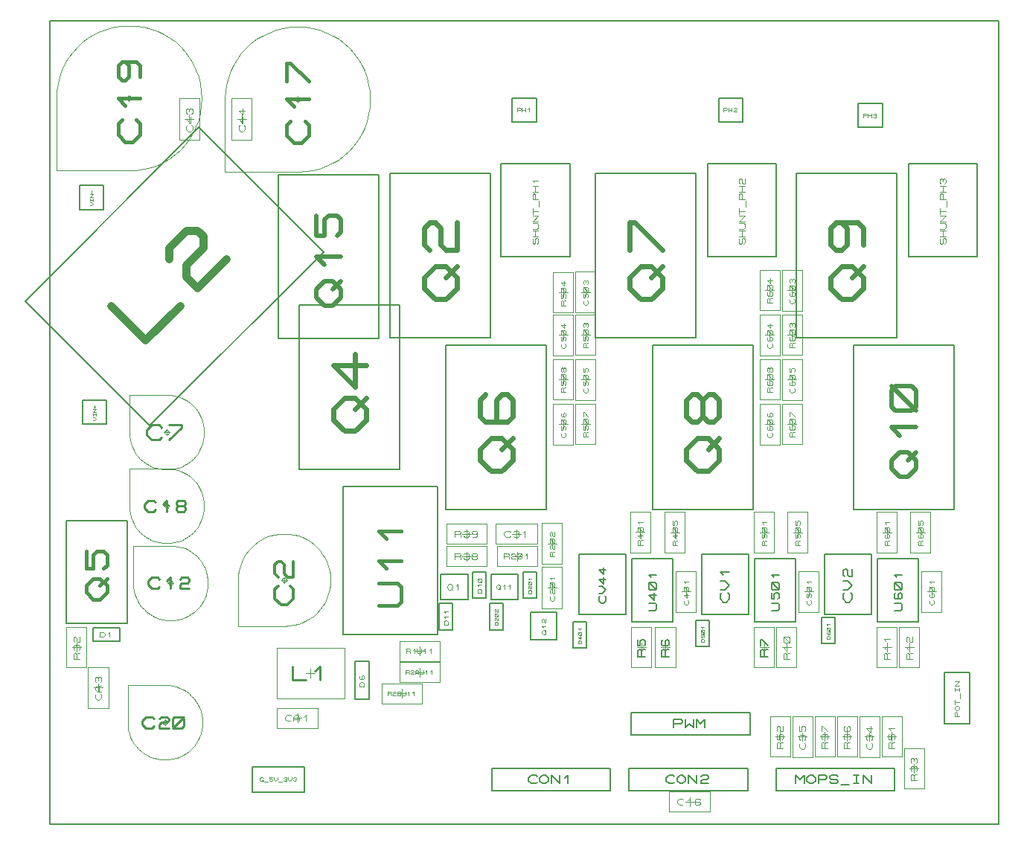
<source format=gbr>
G04 PROTEUS GERBER X2 FILE*
%TF.GenerationSoftware,Labcenter,Proteus,8.7-SP3-Build25561*%
%TF.CreationDate,2021-07-06T20:34:18+00:00*%
%TF.FileFunction,AssemblyDrawing,Top*%
%TF.FilePolarity,Positive*%
%TF.Part,Single*%
%TF.SameCoordinates,{87e03e06-012a-4b1c-b44b-99ac6d4646d0}*%
%FSLAX45Y45*%
%MOMM*%
G01*
%TA.AperFunction,Profile*%
%ADD38C,0.203200*%
%TA.AperFunction,Material*%
%ADD44C,0.203200*%
%ADD111C,0.105410*%
%ADD112C,0.068580*%
%ADD113C,0.389040*%
%ADD114C,0.090090*%
%ADD115C,0.050000*%
%ADD116C,0.116250*%
%ADD117C,0.422590*%
%ADD118C,0.258330*%
%ADD119C,0.096190*%
%ADD120C,0.118750*%
%ADD121C,0.077500*%
%ADD122C,0.054860*%
%ADD123C,0.093000*%
%ADD124C,0.144780*%
%ADD125C,0.137160*%
%ADD126C,0.171450*%
%ADD127C,0.059690*%
%ADD128C,0.095000*%
%ADD129C,0.141000*%
%ADD130C,0.103290*%
%ADD131C,0.077470*%
%ADD132C,0.074610*%
%ADD48C,0.152400*%
%ADD133C,0.086530*%
%ADD134C,0.160020*%
%ADD135C,0.931330*%
%ADD136C,0.413750*%
%ADD137C,0.067300*%
%ADD138C,0.351660*%
%ADD139C,0.622300*%
%ADD140C,0.466720*%
%ADD141C,0.066420*%
%ADD142C,0.285000*%
%ADD143C,0.213750*%
%TD.AperFunction*%
D38*
X-1079500Y-6413500D02*
X+9715500Y-6413500D01*
X+9715500Y+2730500D01*
X-1079500Y+2730500D01*
X-1079500Y-6413500D01*
D44*
X+6403340Y+44450D02*
X+7185660Y+44450D01*
X+7185660Y+1098550D01*
X+6403340Y+1098550D01*
X+6403340Y+44450D01*
D111*
X+6815582Y+192024D02*
X+6826123Y+202565D01*
X+6826123Y+244729D01*
X+6815582Y+255270D01*
X+6805041Y+255270D01*
X+6794500Y+244729D01*
X+6794500Y+202565D01*
X+6783959Y+192024D01*
X+6773418Y+192024D01*
X+6762877Y+202565D01*
X+6762877Y+244729D01*
X+6773418Y+255270D01*
X+6826123Y+276352D02*
X+6762877Y+276352D01*
X+6762877Y+339598D02*
X+6826123Y+339598D01*
X+6794500Y+276352D02*
X+6794500Y+339598D01*
X+6762877Y+360680D02*
X+6815582Y+360680D01*
X+6826123Y+371221D01*
X+6826123Y+413385D01*
X+6815582Y+423926D01*
X+6762877Y+423926D01*
X+6826123Y+445008D02*
X+6762877Y+445008D01*
X+6826123Y+508254D01*
X+6762877Y+508254D01*
X+6762877Y+529336D02*
X+6762877Y+592582D01*
X+6762877Y+560959D02*
X+6826123Y+560959D01*
X+6836664Y+613664D02*
X+6836664Y+676910D01*
X+6826123Y+697992D02*
X+6762877Y+697992D01*
X+6762877Y+750697D01*
X+6773418Y+761238D01*
X+6783959Y+761238D01*
X+6794500Y+750697D01*
X+6794500Y+697992D01*
X+6826123Y+782320D02*
X+6762877Y+782320D01*
X+6762877Y+845566D02*
X+6826123Y+845566D01*
X+6794500Y+782320D02*
X+6794500Y+845566D01*
X+6773418Y+877189D02*
X+6762877Y+887730D01*
X+6762877Y+919353D01*
X+6773418Y+929894D01*
X+6783959Y+929894D01*
X+6794500Y+919353D01*
X+6794500Y+887730D01*
X+6805041Y+877189D01*
X+6826123Y+877189D01*
X+6826123Y+929894D01*
D44*
X+8689340Y+44450D02*
X+9471660Y+44450D01*
X+9471660Y+1098550D01*
X+8689340Y+1098550D01*
X+8689340Y+44450D01*
D111*
X+9101582Y+192024D02*
X+9112123Y+202565D01*
X+9112123Y+244729D01*
X+9101582Y+255270D01*
X+9091041Y+255270D01*
X+9080500Y+244729D01*
X+9080500Y+202565D01*
X+9069959Y+192024D01*
X+9059418Y+192024D01*
X+9048877Y+202565D01*
X+9048877Y+244729D01*
X+9059418Y+255270D01*
X+9112123Y+276352D02*
X+9048877Y+276352D01*
X+9048877Y+339598D02*
X+9112123Y+339598D01*
X+9080500Y+276352D02*
X+9080500Y+339598D01*
X+9048877Y+360680D02*
X+9101582Y+360680D01*
X+9112123Y+371221D01*
X+9112123Y+413385D01*
X+9101582Y+423926D01*
X+9048877Y+423926D01*
X+9112123Y+445008D02*
X+9048877Y+445008D01*
X+9112123Y+508254D01*
X+9048877Y+508254D01*
X+9048877Y+529336D02*
X+9048877Y+592582D01*
X+9048877Y+560959D02*
X+9112123Y+560959D01*
X+9122664Y+613664D02*
X+9122664Y+676910D01*
X+9112123Y+697992D02*
X+9048877Y+697992D01*
X+9048877Y+750697D01*
X+9059418Y+761238D01*
X+9069959Y+761238D01*
X+9080500Y+750697D01*
X+9080500Y+697992D01*
X+9112123Y+782320D02*
X+9048877Y+782320D01*
X+9048877Y+845566D02*
X+9112123Y+845566D01*
X+9080500Y+782320D02*
X+9080500Y+845566D01*
X+9059418Y+877189D02*
X+9048877Y+887730D01*
X+9048877Y+919353D01*
X+9059418Y+929894D01*
X+9069959Y+929894D01*
X+9080500Y+919353D01*
X+9091041Y+929894D01*
X+9101582Y+929894D01*
X+9112123Y+919353D01*
X+9112123Y+887730D01*
X+9101582Y+877189D01*
X+9080500Y+898271D02*
X+9080500Y+919353D01*
D44*
X+4053840Y+44450D02*
X+4836160Y+44450D01*
X+4836160Y+1098550D01*
X+4053840Y+1098550D01*
X+4053840Y+44450D01*
D111*
X+4466082Y+192024D02*
X+4476623Y+202565D01*
X+4476623Y+244729D01*
X+4466082Y+255270D01*
X+4455541Y+255270D01*
X+4445000Y+244729D01*
X+4445000Y+202565D01*
X+4434459Y+192024D01*
X+4423918Y+192024D01*
X+4413377Y+202565D01*
X+4413377Y+244729D01*
X+4423918Y+255270D01*
X+4476623Y+276352D02*
X+4413377Y+276352D01*
X+4413377Y+339598D02*
X+4476623Y+339598D01*
X+4445000Y+276352D02*
X+4445000Y+339598D01*
X+4413377Y+360680D02*
X+4466082Y+360680D01*
X+4476623Y+371221D01*
X+4476623Y+413385D01*
X+4466082Y+423926D01*
X+4413377Y+423926D01*
X+4476623Y+445008D02*
X+4413377Y+445008D01*
X+4476623Y+508254D01*
X+4413377Y+508254D01*
X+4413377Y+529336D02*
X+4413377Y+592582D01*
X+4413377Y+560959D02*
X+4476623Y+560959D01*
X+4487164Y+613664D02*
X+4487164Y+676910D01*
X+4476623Y+697992D02*
X+4413377Y+697992D01*
X+4413377Y+750697D01*
X+4423918Y+761238D01*
X+4434459Y+761238D01*
X+4445000Y+750697D01*
X+4445000Y+697992D01*
X+4476623Y+782320D02*
X+4413377Y+782320D01*
X+4413377Y+845566D02*
X+4476623Y+845566D01*
X+4445000Y+782320D02*
X+4445000Y+845566D01*
X+4434459Y+887730D02*
X+4413377Y+908812D01*
X+4476623Y+908812D01*
D44*
X+4180840Y+1577340D02*
X+4455160Y+1577340D01*
X+4455160Y+1851660D01*
X+4180840Y+1851660D01*
X+4180840Y+1577340D01*
D112*
X+4235704Y+1693926D02*
X+4235704Y+1735074D01*
X+4269994Y+1735074D01*
X+4276852Y+1728216D01*
X+4276852Y+1721358D01*
X+4269994Y+1714500D01*
X+4235704Y+1714500D01*
X+4290568Y+1693926D02*
X+4290568Y+1735074D01*
X+4331716Y+1735074D02*
X+4331716Y+1693926D01*
X+4290568Y+1714500D02*
X+4331716Y+1714500D01*
X+4359148Y+1721358D02*
X+4372864Y+1735074D01*
X+4372864Y+1693926D01*
D44*
X+6530340Y+1577340D02*
X+6804660Y+1577340D01*
X+6804660Y+1851660D01*
X+6530340Y+1851660D01*
X+6530340Y+1577340D01*
D112*
X+6585204Y+1693926D02*
X+6585204Y+1735074D01*
X+6619494Y+1735074D01*
X+6626352Y+1728216D01*
X+6626352Y+1721358D01*
X+6619494Y+1714500D01*
X+6585204Y+1714500D01*
X+6640068Y+1693926D02*
X+6640068Y+1735074D01*
X+6681216Y+1735074D02*
X+6681216Y+1693926D01*
X+6640068Y+1714500D02*
X+6681216Y+1714500D01*
X+6701790Y+1728216D02*
X+6708648Y+1735074D01*
X+6729222Y+1735074D01*
X+6736080Y+1728216D01*
X+6736080Y+1721358D01*
X+6729222Y+1714500D01*
X+6708648Y+1714500D01*
X+6701790Y+1707642D01*
X+6701790Y+1693926D01*
X+6736080Y+1693926D01*
D44*
X+8117840Y+1513840D02*
X+8392160Y+1513840D01*
X+8392160Y+1788160D01*
X+8117840Y+1788160D01*
X+8117840Y+1513840D01*
D112*
X+8172704Y+1630426D02*
X+8172704Y+1671574D01*
X+8206994Y+1671574D01*
X+8213852Y+1664716D01*
X+8213852Y+1657858D01*
X+8206994Y+1651000D01*
X+8172704Y+1651000D01*
X+8227568Y+1630426D02*
X+8227568Y+1671574D01*
X+8268716Y+1671574D02*
X+8268716Y+1630426D01*
X+8227568Y+1651000D02*
X+8268716Y+1651000D01*
X+8289290Y+1664716D02*
X+8296148Y+1671574D01*
X+8316722Y+1671574D01*
X+8323580Y+1664716D01*
X+8323580Y+1657858D01*
X+8316722Y+1651000D01*
X+8323580Y+1644142D01*
X+8323580Y+1637284D01*
X+8316722Y+1630426D01*
X+8296148Y+1630426D01*
X+8289290Y+1637284D01*
X+8303006Y+1651000D02*
X+8316722Y+1651000D01*
D44*
X-895350Y-4127500D02*
X-196850Y-4127500D01*
X-196850Y-2960370D01*
X-895350Y-2960370D01*
X-895350Y-4127500D01*
D113*
X-585004Y-3855169D02*
X-662813Y-3777361D01*
X-662813Y-3699552D01*
X-585004Y-3621744D01*
X-507196Y-3621744D01*
X-429387Y-3699552D01*
X-429387Y-3777361D01*
X-507196Y-3855169D01*
X-585004Y-3855169D01*
X-507196Y-3699552D02*
X-429387Y-3621744D01*
X-662813Y-3310510D02*
X-662813Y-3505031D01*
X-585004Y-3505031D01*
X-585004Y-3349414D01*
X-546100Y-3310510D01*
X-468291Y-3310510D01*
X-429387Y-3349414D01*
X-429387Y-3466127D01*
X-468291Y-3505031D01*
D44*
X-584200Y-4329580D02*
X-285750Y-4329580D01*
X-285750Y-4179420D01*
X-584200Y-4179420D01*
X-584200Y-4329580D01*
D114*
X-507051Y-4281529D02*
X-507051Y-4227472D01*
X-471013Y-4227472D01*
X-452994Y-4245491D01*
X-452994Y-4263510D01*
X-471013Y-4281529D01*
X-507051Y-4281529D01*
X-416956Y-4245491D02*
X-398937Y-4227472D01*
X-398937Y-4281529D01*
D115*
X-659700Y-4629500D02*
X-659700Y-4169500D01*
X-889700Y-4169500D01*
X-889700Y-4629500D01*
X-659700Y-4629500D01*
X-824700Y-4399500D02*
X-724700Y-4399500D01*
X-774700Y-4349500D02*
X-774700Y-4449500D01*
D116*
X-739825Y-4539000D02*
X-809575Y-4539000D01*
X-809575Y-4480875D01*
X-797950Y-4469250D01*
X-786325Y-4469250D01*
X-774700Y-4480875D01*
X-774700Y-4539000D01*
X-774700Y-4480875D02*
X-763075Y-4469250D01*
X-739825Y-4469250D01*
X-797950Y-4434375D02*
X-809575Y-4422750D01*
X-809575Y-4387875D01*
X-797950Y-4376250D01*
X-786325Y-4376250D01*
X-774700Y-4387875D01*
X-763075Y-4376250D01*
X-751450Y-4376250D01*
X-739825Y-4387875D01*
X-739825Y-4422750D01*
X-751450Y-4434375D01*
X-774700Y-4411125D02*
X-774700Y-4387875D01*
X-797950Y-4341375D02*
X-809575Y-4329750D01*
X-809575Y-4294875D01*
X-797950Y-4283250D01*
X-786325Y-4283250D01*
X-774700Y-4294875D01*
X-774700Y-4329750D01*
X-763075Y-4341375D01*
X-739825Y-4341375D01*
X-739825Y-4283250D01*
D44*
X+2256790Y-4260850D02*
X+3331210Y-4260850D01*
X+3331210Y-2570480D01*
X+2256790Y-2570480D01*
X+2256790Y-4260850D01*
D117*
X+2667223Y-3922774D02*
X+2878519Y-3922774D01*
X+2920778Y-3880515D01*
X+2920778Y-3711479D01*
X+2878519Y-3669220D01*
X+2667223Y-3669220D01*
X+2751741Y-3500183D02*
X+2667223Y-3415665D01*
X+2920778Y-3415665D01*
X+2751741Y-3162110D02*
X+2667223Y-3077592D01*
X+2920778Y-3077592D01*
D115*
X+2272500Y-4409000D02*
X+1502500Y-4409000D01*
X+1502500Y-4989000D01*
X+2272500Y-4989000D01*
X+2272500Y-4409000D01*
X+1887500Y-4749000D02*
X+1887500Y-4649000D01*
X+1837500Y-4699000D02*
X+1937500Y-4699000D01*
D118*
X+1680834Y-4621500D02*
X+1680834Y-4776500D01*
X+1835833Y-4776500D01*
X+1939166Y-4673167D02*
X+1990833Y-4621500D01*
X+1990833Y-4776500D01*
D44*
X+2389677Y-4990787D02*
X+2549997Y-4990787D01*
X+2549997Y-4561887D01*
X+2389677Y-4561887D01*
X+2389677Y-4990787D01*
D119*
X+2498695Y-4853290D02*
X+2440980Y-4853290D01*
X+2440980Y-4814814D01*
X+2460218Y-4795576D01*
X+2479457Y-4795576D01*
X+2498695Y-4814814D01*
X+2498695Y-4853290D01*
X+2450599Y-4718623D02*
X+2440980Y-4728242D01*
X+2440980Y-4757099D01*
X+2450599Y-4766718D01*
X+2489076Y-4766718D01*
X+2498695Y-4757099D01*
X+2498695Y-4728242D01*
X+2489076Y-4718623D01*
X+2479457Y-4718623D01*
X+2469837Y-4728242D01*
X+2469837Y-4766718D01*
D115*
X-642800Y-4626700D02*
X-642800Y-5096700D01*
X-412800Y-5096700D01*
X-412800Y-4626700D01*
X-642800Y-4626700D01*
X-477800Y-4861700D02*
X-577800Y-4861700D01*
X-527800Y-4911700D02*
X-527800Y-4811700D01*
D120*
X-504050Y-4932950D02*
X-492175Y-4944825D01*
X-492175Y-4980450D01*
X-515925Y-5004200D01*
X-539675Y-5004200D01*
X-563425Y-4980450D01*
X-563425Y-4944825D01*
X-551550Y-4932950D01*
X-492175Y-4909200D02*
X-539675Y-4909200D01*
X-563425Y-4885450D01*
X-563425Y-4861700D01*
X-539675Y-4837950D01*
X-492175Y-4837950D01*
X-515925Y-4909200D02*
X-515925Y-4837950D01*
X-551550Y-4802325D02*
X-563425Y-4790450D01*
X-563425Y-4754825D01*
X-551550Y-4742950D01*
X-539675Y-4742950D01*
X-527800Y-4754825D01*
X-515925Y-4742950D01*
X-504050Y-4742950D01*
X-492175Y-4754825D01*
X-492175Y-4790450D01*
X-504050Y-4802325D01*
X-527800Y-4778575D02*
X-527800Y-4754825D01*
D115*
X+3359500Y-4330000D02*
X+2899500Y-4330000D01*
X+2899500Y-4560000D01*
X+3359500Y-4560000D01*
X+3359500Y-4330000D01*
X+3129500Y-4495000D02*
X+3129500Y-4395000D01*
X+3079500Y-4445000D02*
X+3179500Y-4445000D01*
D121*
X+2974500Y-4468250D02*
X+2974500Y-4421750D01*
X+3013250Y-4421750D01*
X+3021000Y-4429500D01*
X+3021000Y-4437250D01*
X+3013250Y-4445000D01*
X+2974500Y-4445000D01*
X+3013250Y-4445000D02*
X+3021000Y-4452750D01*
X+3021000Y-4468250D01*
X+3052000Y-4437250D02*
X+3067500Y-4421750D01*
X+3067500Y-4468250D01*
X+3098500Y-4421750D02*
X+3098500Y-4460500D01*
X+3106250Y-4468250D01*
X+3137250Y-4468250D01*
X+3145000Y-4460500D01*
X+3145000Y-4421750D01*
X+3176000Y-4437250D02*
X+3191500Y-4421750D01*
X+3191500Y-4468250D01*
X+3238000Y-4437250D02*
X+3253500Y-4421750D01*
X+3253500Y-4468250D01*
D115*
X+393000Y+1845500D02*
X+393000Y+1375500D01*
X+623000Y+1375500D01*
X+623000Y+1845500D01*
X+393000Y+1845500D01*
X+558000Y+1610500D02*
X+458000Y+1610500D01*
X+508000Y+1560500D02*
X+508000Y+1660500D01*
D120*
X+531750Y+1539250D02*
X+543625Y+1527375D01*
X+543625Y+1491750D01*
X+519875Y+1468000D01*
X+496125Y+1468000D01*
X+472375Y+1491750D01*
X+472375Y+1527375D01*
X+484250Y+1539250D01*
X+519875Y+1634250D02*
X+519875Y+1563000D01*
X+472375Y+1610500D01*
X+543625Y+1610500D01*
X+484250Y+1669875D02*
X+472375Y+1681750D01*
X+472375Y+1717375D01*
X+484250Y+1729250D01*
X+496125Y+1729250D01*
X+508000Y+1717375D01*
X+519875Y+1729250D01*
X+531750Y+1729250D01*
X+543625Y+1717375D01*
X+543625Y+1681750D01*
X+531750Y+1669875D01*
X+508000Y+1693625D02*
X+508000Y+1717375D01*
D115*
X+989900Y+1845500D02*
X+989900Y+1375500D01*
X+1219900Y+1375500D01*
X+1219900Y+1845500D01*
X+989900Y+1845500D01*
X+1154900Y+1610500D02*
X+1054900Y+1610500D01*
X+1104900Y+1560500D02*
X+1104900Y+1660500D01*
D120*
X+1128650Y+1539250D02*
X+1140525Y+1527375D01*
X+1140525Y+1491750D01*
X+1116775Y+1468000D01*
X+1093025Y+1468000D01*
X+1069275Y+1491750D01*
X+1069275Y+1527375D01*
X+1081150Y+1539250D01*
X+1116775Y+1634250D02*
X+1116775Y+1563000D01*
X+1069275Y+1610500D01*
X+1140525Y+1610500D01*
X+1116775Y+1729250D02*
X+1116775Y+1658000D01*
X+1069275Y+1705500D01*
X+1140525Y+1705500D01*
D44*
X-739469Y+581331D02*
X-465149Y+581331D01*
X-465149Y+855651D01*
X-739469Y+855651D01*
X-739469Y+581331D01*
D122*
X-618768Y+630709D02*
X-602309Y+630709D01*
X-585849Y+647168D01*
X-602309Y+663627D01*
X-618768Y+663627D01*
X-618768Y+680086D02*
X-618768Y+702031D01*
X-618768Y+691059D02*
X-585849Y+691059D01*
X-585849Y+680086D02*
X-585849Y+702031D01*
X-585849Y+718491D02*
X-618768Y+718491D01*
X-585849Y+751409D01*
X-618768Y+751409D01*
X-602309Y+767868D02*
X-602309Y+795300D01*
D44*
X-708660Y-1864360D02*
X-434340Y-1864360D01*
X-434340Y-1590040D01*
X-708660Y-1590040D01*
X-708660Y-1864360D01*
D122*
X-587959Y-1814982D02*
X-571500Y-1814982D01*
X-555040Y-1798523D01*
X-571500Y-1782064D01*
X-587959Y-1782064D01*
X-587959Y-1765605D02*
X-587959Y-1743660D01*
X-587959Y-1754632D02*
X-555040Y-1754632D01*
X-555040Y-1765605D02*
X-555040Y-1743660D01*
X-555040Y-1727200D02*
X-587959Y-1727200D01*
X-555040Y-1694282D01*
X-587959Y-1694282D01*
X-571500Y-1683309D02*
X-571500Y-1650391D01*
X-582472Y-1666850D02*
X-560527Y-1666850D01*
D115*
X+1972500Y-5092000D02*
X+1502500Y-5092000D01*
X+1502500Y-5322000D01*
X+1972500Y-5322000D01*
X+1972500Y-5092000D01*
X+1737500Y-5257000D02*
X+1737500Y-5157000D01*
X+1687500Y-5207000D02*
X+1787500Y-5207000D01*
D120*
X+1666250Y-5230750D02*
X+1654375Y-5242625D01*
X+1618750Y-5242625D01*
X+1595000Y-5218875D01*
X+1595000Y-5195125D01*
X+1618750Y-5171375D01*
X+1654375Y-5171375D01*
X+1666250Y-5183250D01*
X+1690000Y-5242625D02*
X+1690000Y-5195125D01*
X+1713750Y-5171375D01*
X+1737500Y-5171375D01*
X+1761250Y-5195125D01*
X+1761250Y-5242625D01*
X+1690000Y-5218875D02*
X+1761250Y-5218875D01*
X+1808750Y-5195125D02*
X+1832500Y-5171375D01*
X+1832500Y-5242625D01*
D115*
X+5917500Y-2863500D02*
X+5917500Y-3323500D01*
X+6147500Y-3323500D01*
X+6147500Y-2863500D01*
X+5917500Y-2863500D01*
X+6082500Y-3093500D02*
X+5982500Y-3093500D01*
X+6032500Y-3143500D02*
X+6032500Y-3043500D01*
D123*
X+6060400Y-3242300D02*
X+6004600Y-3242300D01*
X+6004600Y-3195800D01*
X+6013900Y-3186500D01*
X+6023200Y-3186500D01*
X+6032500Y-3195800D01*
X+6032500Y-3242300D01*
X+6032500Y-3195800D02*
X+6041800Y-3186500D01*
X+6060400Y-3186500D01*
X+6041800Y-3112100D02*
X+6041800Y-3167900D01*
X+6004600Y-3130700D01*
X+6060400Y-3130700D01*
X+6051100Y-3093500D02*
X+6013900Y-3093500D01*
X+6004600Y-3084200D01*
X+6004600Y-3047000D01*
X+6013900Y-3037700D01*
X+6051100Y-3037700D01*
X+6060400Y-3047000D01*
X+6060400Y-3084200D01*
X+6051100Y-3093500D01*
X+6060400Y-3093500D02*
X+6004600Y-3037700D01*
X+6004600Y-2963300D02*
X+6004600Y-3009800D01*
X+6023200Y-3009800D01*
X+6023200Y-2972600D01*
X+6032500Y-2963300D01*
X+6051100Y-2963300D01*
X+6060400Y-2972600D01*
X+6060400Y-3000500D01*
X+6051100Y-3009800D01*
D115*
X+5523800Y-2861400D02*
X+5523800Y-3321400D01*
X+5753800Y-3321400D01*
X+5753800Y-2861400D01*
X+5523800Y-2861400D01*
X+5688800Y-3091400D02*
X+5588800Y-3091400D01*
X+5638800Y-3141400D02*
X+5638800Y-3041400D01*
D123*
X+5666700Y-3240200D02*
X+5610900Y-3240200D01*
X+5610900Y-3193700D01*
X+5620200Y-3184400D01*
X+5629500Y-3184400D01*
X+5638800Y-3193700D01*
X+5638800Y-3240200D01*
X+5638800Y-3193700D02*
X+5648100Y-3184400D01*
X+5666700Y-3184400D01*
X+5648100Y-3110000D02*
X+5648100Y-3165800D01*
X+5610900Y-3128600D01*
X+5666700Y-3128600D01*
X+5657400Y-3091400D02*
X+5620200Y-3091400D01*
X+5610900Y-3082100D01*
X+5610900Y-3044900D01*
X+5620200Y-3035600D01*
X+5657400Y-3035600D01*
X+5666700Y-3044900D01*
X+5666700Y-3082100D01*
X+5657400Y-3091400D01*
X+5666700Y-3091400D02*
X+5610900Y-3035600D01*
X+5629500Y-2998400D02*
X+5610900Y-2979800D01*
X+5666700Y-2979800D01*
D44*
X+5544820Y-4114800D02*
X+6012180Y-4114800D01*
X+6012180Y-3390900D01*
X+5544820Y-3390900D01*
X+5544820Y-4114800D01*
D124*
X+5735066Y-3984498D02*
X+5807456Y-3984498D01*
X+5821934Y-3970020D01*
X+5821934Y-3912108D01*
X+5807456Y-3897630D01*
X+5735066Y-3897630D01*
X+5792978Y-3781806D02*
X+5792978Y-3868674D01*
X+5735066Y-3810762D01*
X+5821934Y-3810762D01*
X+5807456Y-3752850D02*
X+5749544Y-3752850D01*
X+5735066Y-3738372D01*
X+5735066Y-3680460D01*
X+5749544Y-3665982D01*
X+5807456Y-3665982D01*
X+5821934Y-3680460D01*
X+5821934Y-3738372D01*
X+5807456Y-3752850D01*
X+5821934Y-3752850D02*
X+5735066Y-3665982D01*
X+5764022Y-3608070D02*
X+5735066Y-3579114D01*
X+5821934Y-3579114D01*
D44*
X+6941820Y-4114800D02*
X+7409180Y-4114800D01*
X+7409180Y-3390900D01*
X+6941820Y-3390900D01*
X+6941820Y-4114800D01*
D124*
X+7132066Y-3984498D02*
X+7204456Y-3984498D01*
X+7218934Y-3970020D01*
X+7218934Y-3912108D01*
X+7204456Y-3897630D01*
X+7132066Y-3897630D01*
X+7132066Y-3781806D02*
X+7132066Y-3854196D01*
X+7161022Y-3854196D01*
X+7161022Y-3796284D01*
X+7175500Y-3781806D01*
X+7204456Y-3781806D01*
X+7218934Y-3796284D01*
X+7218934Y-3839718D01*
X+7204456Y-3854196D01*
X+7204456Y-3752850D02*
X+7146544Y-3752850D01*
X+7132066Y-3738372D01*
X+7132066Y-3680460D01*
X+7146544Y-3665982D01*
X+7204456Y-3665982D01*
X+7218934Y-3680460D01*
X+7218934Y-3738372D01*
X+7204456Y-3752850D01*
X+7218934Y-3752850D02*
X+7132066Y-3665982D01*
X+7161022Y-3608070D02*
X+7132066Y-3579114D01*
X+7218934Y-3579114D01*
D44*
X+8338820Y-4114800D02*
X+8806180Y-4114800D01*
X+8806180Y-3390900D01*
X+8338820Y-3390900D01*
X+8338820Y-4114800D01*
D124*
X+8529066Y-3984498D02*
X+8601456Y-3984498D01*
X+8615934Y-3970020D01*
X+8615934Y-3912108D01*
X+8601456Y-3897630D01*
X+8529066Y-3897630D01*
X+8543544Y-3781806D02*
X+8529066Y-3796284D01*
X+8529066Y-3839718D01*
X+8543544Y-3854196D01*
X+8601456Y-3854196D01*
X+8615934Y-3839718D01*
X+8615934Y-3796284D01*
X+8601456Y-3781806D01*
X+8586978Y-3781806D01*
X+8572500Y-3796284D01*
X+8572500Y-3854196D01*
X+8601456Y-3752850D02*
X+8543544Y-3752850D01*
X+8529066Y-3738372D01*
X+8529066Y-3680460D01*
X+8543544Y-3665982D01*
X+8601456Y-3665982D01*
X+8615934Y-3680460D01*
X+8615934Y-3738372D01*
X+8601456Y-3752850D01*
X+8615934Y-3752850D02*
X+8529066Y-3665982D01*
X+8558022Y-3608070D02*
X+8529066Y-3579114D01*
X+8615934Y-3579114D01*
D115*
X+6933500Y-2863500D02*
X+6933500Y-3323500D01*
X+7163500Y-3323500D01*
X+7163500Y-2863500D01*
X+6933500Y-2863500D01*
X+7098500Y-3093500D02*
X+6998500Y-3093500D01*
X+7048500Y-3143500D02*
X+7048500Y-3043500D01*
D123*
X+7076400Y-3242300D02*
X+7020600Y-3242300D01*
X+7020600Y-3195800D01*
X+7029900Y-3186500D01*
X+7039200Y-3186500D01*
X+7048500Y-3195800D01*
X+7048500Y-3242300D01*
X+7048500Y-3195800D02*
X+7057800Y-3186500D01*
X+7076400Y-3186500D01*
X+7020600Y-3112100D02*
X+7020600Y-3158600D01*
X+7039200Y-3158600D01*
X+7039200Y-3121400D01*
X+7048500Y-3112100D01*
X+7067100Y-3112100D01*
X+7076400Y-3121400D01*
X+7076400Y-3149300D01*
X+7067100Y-3158600D01*
X+7067100Y-3093500D02*
X+7029900Y-3093500D01*
X+7020600Y-3084200D01*
X+7020600Y-3047000D01*
X+7029900Y-3037700D01*
X+7067100Y-3037700D01*
X+7076400Y-3047000D01*
X+7076400Y-3084200D01*
X+7067100Y-3093500D01*
X+7076400Y-3093500D02*
X+7020600Y-3037700D01*
X+7039200Y-3000500D02*
X+7020600Y-2981900D01*
X+7076400Y-2981900D01*
D44*
X+4942840Y-4025900D02*
X+5471160Y-4025900D01*
X+5471160Y-3340100D01*
X+4942840Y-3340100D01*
X+4942840Y-4025900D01*
D125*
X+5234432Y-3820160D02*
X+5248148Y-3833876D01*
X+5248148Y-3875024D01*
X+5220716Y-3902456D01*
X+5193284Y-3902456D01*
X+5165852Y-3875024D01*
X+5165852Y-3833876D01*
X+5179568Y-3820160D01*
X+5165852Y-3792728D02*
X+5207000Y-3792728D01*
X+5248148Y-3751580D01*
X+5207000Y-3710432D01*
X+5165852Y-3710432D01*
X+5220716Y-3600704D02*
X+5220716Y-3683000D01*
X+5165852Y-3628136D01*
X+5248148Y-3628136D01*
X+5220716Y-3490976D02*
X+5220716Y-3573272D01*
X+5165852Y-3518408D01*
X+5248148Y-3518408D01*
D44*
X+6339840Y-4025900D02*
X+6868160Y-4025900D01*
X+6868160Y-3340100D01*
X+6339840Y-3340100D01*
X+6339840Y-4025900D01*
D126*
X+6638290Y-3785870D02*
X+6655435Y-3803015D01*
X+6655435Y-3854450D01*
X+6621145Y-3888740D01*
X+6586855Y-3888740D01*
X+6552565Y-3854450D01*
X+6552565Y-3803015D01*
X+6569710Y-3785870D01*
X+6552565Y-3751580D02*
X+6604000Y-3751580D01*
X+6655435Y-3700145D01*
X+6604000Y-3648710D01*
X+6552565Y-3648710D01*
X+6586855Y-3580130D02*
X+6552565Y-3545840D01*
X+6655435Y-3545840D01*
D44*
X+7736840Y-4025900D02*
X+8265160Y-4025900D01*
X+8265160Y-3340100D01*
X+7736840Y-3340100D01*
X+7736840Y-4025900D01*
D126*
X+8035290Y-3785870D02*
X+8052435Y-3803015D01*
X+8052435Y-3854450D01*
X+8018145Y-3888740D01*
X+7983855Y-3888740D01*
X+7949565Y-3854450D01*
X+7949565Y-3803015D01*
X+7966710Y-3785870D01*
X+7949565Y-3751580D02*
X+8001000Y-3751580D01*
X+8052435Y-3700145D01*
X+8001000Y-3648710D01*
X+7949565Y-3648710D01*
X+7966710Y-3597275D02*
X+7949565Y-3580130D01*
X+7949565Y-3528695D01*
X+7966710Y-3511550D01*
X+7983855Y-3511550D01*
X+8001000Y-3528695D01*
X+8001000Y-3580130D01*
X+8018145Y-3597275D01*
X+8052435Y-3597275D01*
X+8052435Y-3511550D01*
D44*
X+4877920Y-4413250D02*
X+5028080Y-4413250D01*
X+5028080Y-4114800D01*
X+4877920Y-4114800D01*
X+4877920Y-4413250D01*
D127*
X+4970907Y-4359529D02*
X+4935093Y-4359529D01*
X+4935093Y-4335653D01*
X+4947031Y-4323715D01*
X+4958969Y-4323715D01*
X+4970907Y-4335653D01*
X+4970907Y-4359529D01*
X+4958969Y-4275963D02*
X+4958969Y-4311777D01*
X+4935093Y-4287901D01*
X+4970907Y-4287901D01*
X+4964938Y-4264025D02*
X+4941062Y-4264025D01*
X+4935093Y-4258056D01*
X+4935093Y-4234180D01*
X+4941062Y-4228211D01*
X+4964938Y-4228211D01*
X+4970907Y-4234180D01*
X+4970907Y-4258056D01*
X+4964938Y-4264025D01*
X+4970907Y-4264025D02*
X+4935093Y-4228211D01*
X+4947031Y-4204335D02*
X+4935093Y-4192397D01*
X+4970907Y-4192397D01*
D44*
X+6274920Y-4394200D02*
X+6425080Y-4394200D01*
X+6425080Y-4095750D01*
X+6274920Y-4095750D01*
X+6274920Y-4394200D01*
D127*
X+6367907Y-4340479D02*
X+6332093Y-4340479D01*
X+6332093Y-4316603D01*
X+6344031Y-4304665D01*
X+6355969Y-4304665D01*
X+6367907Y-4316603D01*
X+6367907Y-4340479D01*
X+6332093Y-4256913D02*
X+6332093Y-4286758D01*
X+6344031Y-4286758D01*
X+6344031Y-4262882D01*
X+6350000Y-4256913D01*
X+6361938Y-4256913D01*
X+6367907Y-4262882D01*
X+6367907Y-4280789D01*
X+6361938Y-4286758D01*
X+6361938Y-4244975D02*
X+6338062Y-4244975D01*
X+6332093Y-4239006D01*
X+6332093Y-4215130D01*
X+6338062Y-4209161D01*
X+6361938Y-4209161D01*
X+6367907Y-4215130D01*
X+6367907Y-4239006D01*
X+6361938Y-4244975D01*
X+6367907Y-4244975D02*
X+6332093Y-4209161D01*
X+6344031Y-4185285D02*
X+6332093Y-4173347D01*
X+6367907Y-4173347D01*
D44*
X+7703670Y-4362450D02*
X+7853830Y-4362450D01*
X+7853830Y-4064000D01*
X+7703670Y-4064000D01*
X+7703670Y-4362450D01*
D127*
X+7796657Y-4308729D02*
X+7760843Y-4308729D01*
X+7760843Y-4284853D01*
X+7772781Y-4272915D01*
X+7784719Y-4272915D01*
X+7796657Y-4284853D01*
X+7796657Y-4308729D01*
X+7766812Y-4225163D02*
X+7760843Y-4231132D01*
X+7760843Y-4249039D01*
X+7766812Y-4255008D01*
X+7790688Y-4255008D01*
X+7796657Y-4249039D01*
X+7796657Y-4231132D01*
X+7790688Y-4225163D01*
X+7784719Y-4225163D01*
X+7778750Y-4231132D01*
X+7778750Y-4255008D01*
X+7790688Y-4213225D02*
X+7766812Y-4213225D01*
X+7760843Y-4207256D01*
X+7760843Y-4183380D01*
X+7766812Y-4177411D01*
X+7790688Y-4177411D01*
X+7796657Y-4183380D01*
X+7796657Y-4207256D01*
X+7790688Y-4213225D01*
X+7796657Y-4213225D02*
X+7760843Y-4177411D01*
X+7772781Y-4153535D02*
X+7760843Y-4141597D01*
X+7796657Y-4141597D01*
D115*
X+6044500Y-3534500D02*
X+6044500Y-4004500D01*
X+6274500Y-4004500D01*
X+6274500Y-3534500D01*
X+6044500Y-3534500D01*
X+6209500Y-3769500D02*
X+6109500Y-3769500D01*
X+6159500Y-3819500D02*
X+6159500Y-3719500D01*
D128*
X+6178500Y-3864500D02*
X+6188000Y-3874000D01*
X+6188000Y-3902500D01*
X+6169000Y-3921500D01*
X+6150000Y-3921500D01*
X+6131000Y-3902500D01*
X+6131000Y-3874000D01*
X+6140500Y-3864500D01*
X+6169000Y-3788500D02*
X+6169000Y-3845500D01*
X+6131000Y-3807500D01*
X+6188000Y-3807500D01*
X+6178500Y-3769500D02*
X+6140500Y-3769500D01*
X+6131000Y-3760000D01*
X+6131000Y-3722000D01*
X+6140500Y-3712500D01*
X+6178500Y-3712500D01*
X+6188000Y-3722000D01*
X+6188000Y-3760000D01*
X+6178500Y-3769500D01*
X+6188000Y-3769500D02*
X+6131000Y-3712500D01*
X+6150000Y-3674500D02*
X+6131000Y-3655500D01*
X+6188000Y-3655500D01*
D115*
X+7441500Y-3534500D02*
X+7441500Y-4004500D01*
X+7671500Y-4004500D01*
X+7671500Y-3534500D01*
X+7441500Y-3534500D01*
X+7606500Y-3769500D02*
X+7506500Y-3769500D01*
X+7556500Y-3819500D02*
X+7556500Y-3719500D01*
D128*
X+7575500Y-3864500D02*
X+7585000Y-3874000D01*
X+7585000Y-3902500D01*
X+7566000Y-3921500D01*
X+7547000Y-3921500D01*
X+7528000Y-3902500D01*
X+7528000Y-3874000D01*
X+7537500Y-3864500D01*
X+7528000Y-3788500D02*
X+7528000Y-3836000D01*
X+7547000Y-3836000D01*
X+7547000Y-3798000D01*
X+7556500Y-3788500D01*
X+7575500Y-3788500D01*
X+7585000Y-3798000D01*
X+7585000Y-3826500D01*
X+7575500Y-3836000D01*
X+7575500Y-3769500D02*
X+7537500Y-3769500D01*
X+7528000Y-3760000D01*
X+7528000Y-3722000D01*
X+7537500Y-3712500D01*
X+7575500Y-3712500D01*
X+7585000Y-3722000D01*
X+7585000Y-3760000D01*
X+7575500Y-3769500D01*
X+7585000Y-3769500D02*
X+7528000Y-3712500D01*
X+7547000Y-3674500D02*
X+7528000Y-3655500D01*
X+7585000Y-3655500D01*
D115*
X+8838500Y-3534500D02*
X+8838500Y-4004500D01*
X+9068500Y-4004500D01*
X+9068500Y-3534500D01*
X+8838500Y-3534500D01*
X+9003500Y-3769500D02*
X+8903500Y-3769500D01*
X+8953500Y-3819500D02*
X+8953500Y-3719500D01*
D128*
X+8972500Y-3864500D02*
X+8982000Y-3874000D01*
X+8982000Y-3902500D01*
X+8963000Y-3921500D01*
X+8944000Y-3921500D01*
X+8925000Y-3902500D01*
X+8925000Y-3874000D01*
X+8934500Y-3864500D01*
X+8934500Y-3788500D02*
X+8925000Y-3798000D01*
X+8925000Y-3826500D01*
X+8934500Y-3836000D01*
X+8972500Y-3836000D01*
X+8982000Y-3826500D01*
X+8982000Y-3798000D01*
X+8972500Y-3788500D01*
X+8963000Y-3788500D01*
X+8953500Y-3798000D01*
X+8953500Y-3836000D01*
X+8972500Y-3769500D02*
X+8934500Y-3769500D01*
X+8925000Y-3760000D01*
X+8925000Y-3722000D01*
X+8934500Y-3712500D01*
X+8972500Y-3712500D01*
X+8982000Y-3722000D01*
X+8982000Y-3760000D01*
X+8972500Y-3769500D01*
X+8982000Y-3769500D02*
X+8925000Y-3712500D01*
X+8944000Y-3674500D02*
X+8925000Y-3655500D01*
X+8982000Y-3655500D01*
D115*
X+7314500Y-2863500D02*
X+7314500Y-3323500D01*
X+7544500Y-3323500D01*
X+7544500Y-2863500D01*
X+7314500Y-2863500D01*
X+7479500Y-3093500D02*
X+7379500Y-3093500D01*
X+7429500Y-3143500D02*
X+7429500Y-3043500D01*
D123*
X+7457400Y-3242300D02*
X+7401600Y-3242300D01*
X+7401600Y-3195800D01*
X+7410900Y-3186500D01*
X+7420200Y-3186500D01*
X+7429500Y-3195800D01*
X+7429500Y-3242300D01*
X+7429500Y-3195800D02*
X+7438800Y-3186500D01*
X+7457400Y-3186500D01*
X+7401600Y-3112100D02*
X+7401600Y-3158600D01*
X+7420200Y-3158600D01*
X+7420200Y-3121400D01*
X+7429500Y-3112100D01*
X+7448100Y-3112100D01*
X+7457400Y-3121400D01*
X+7457400Y-3149300D01*
X+7448100Y-3158600D01*
X+7448100Y-3093500D02*
X+7410900Y-3093500D01*
X+7401600Y-3084200D01*
X+7401600Y-3047000D01*
X+7410900Y-3037700D01*
X+7448100Y-3037700D01*
X+7457400Y-3047000D01*
X+7457400Y-3084200D01*
X+7448100Y-3093500D01*
X+7457400Y-3093500D02*
X+7401600Y-3037700D01*
X+7401600Y-2963300D02*
X+7401600Y-3009800D01*
X+7420200Y-3009800D01*
X+7420200Y-2972600D01*
X+7429500Y-2963300D01*
X+7448100Y-2963300D01*
X+7457400Y-2972600D01*
X+7457400Y-3000500D01*
X+7448100Y-3009800D01*
D115*
X+8330500Y-2863500D02*
X+8330500Y-3323500D01*
X+8560500Y-3323500D01*
X+8560500Y-2863500D01*
X+8330500Y-2863500D01*
X+8495500Y-3093500D02*
X+8395500Y-3093500D01*
X+8445500Y-3143500D02*
X+8445500Y-3043500D01*
D123*
X+8473400Y-3242300D02*
X+8417600Y-3242300D01*
X+8417600Y-3195800D01*
X+8426900Y-3186500D01*
X+8436200Y-3186500D01*
X+8445500Y-3195800D01*
X+8445500Y-3242300D01*
X+8445500Y-3195800D02*
X+8454800Y-3186500D01*
X+8473400Y-3186500D01*
X+8426900Y-3112100D02*
X+8417600Y-3121400D01*
X+8417600Y-3149300D01*
X+8426900Y-3158600D01*
X+8464100Y-3158600D01*
X+8473400Y-3149300D01*
X+8473400Y-3121400D01*
X+8464100Y-3112100D01*
X+8454800Y-3112100D01*
X+8445500Y-3121400D01*
X+8445500Y-3158600D01*
X+8464100Y-3093500D02*
X+8426900Y-3093500D01*
X+8417600Y-3084200D01*
X+8417600Y-3047000D01*
X+8426900Y-3037700D01*
X+8464100Y-3037700D01*
X+8473400Y-3047000D01*
X+8473400Y-3084200D01*
X+8464100Y-3093500D01*
X+8473400Y-3093500D02*
X+8417600Y-3037700D01*
X+8436200Y-3000500D02*
X+8417600Y-2981900D01*
X+8473400Y-2981900D01*
D115*
X+8711500Y-2863500D02*
X+8711500Y-3323500D01*
X+8941500Y-3323500D01*
X+8941500Y-2863500D01*
X+8711500Y-2863500D01*
X+8876500Y-3093500D02*
X+8776500Y-3093500D01*
X+8826500Y-3143500D02*
X+8826500Y-3043500D01*
D123*
X+8854400Y-3242300D02*
X+8798600Y-3242300D01*
X+8798600Y-3195800D01*
X+8807900Y-3186500D01*
X+8817200Y-3186500D01*
X+8826500Y-3195800D01*
X+8826500Y-3242300D01*
X+8826500Y-3195800D02*
X+8835800Y-3186500D01*
X+8854400Y-3186500D01*
X+8807900Y-3112100D02*
X+8798600Y-3121400D01*
X+8798600Y-3149300D01*
X+8807900Y-3158600D01*
X+8845100Y-3158600D01*
X+8854400Y-3149300D01*
X+8854400Y-3121400D01*
X+8845100Y-3112100D01*
X+8835800Y-3112100D01*
X+8826500Y-3121400D01*
X+8826500Y-3158600D01*
X+8845100Y-3093500D02*
X+8807900Y-3093500D01*
X+8798600Y-3084200D01*
X+8798600Y-3047000D01*
X+8807900Y-3037700D01*
X+8845100Y-3037700D01*
X+8854400Y-3047000D01*
X+8854400Y-3084200D01*
X+8845100Y-3093500D01*
X+8854400Y-3093500D02*
X+8798600Y-3037700D01*
X+8798600Y-2963300D02*
X+8798600Y-3009800D01*
X+8817200Y-3009800D01*
X+8817200Y-2972600D01*
X+8826500Y-2963300D01*
X+8845100Y-2963300D01*
X+8854400Y-2972600D01*
X+8854400Y-3000500D01*
X+8845100Y-3009800D01*
D115*
X+5766500Y-4629500D02*
X+5766500Y-4169500D01*
X+5536500Y-4169500D01*
X+5536500Y-4629500D01*
X+5766500Y-4629500D01*
X+5601500Y-4399500D02*
X+5701500Y-4399500D01*
X+5651500Y-4349500D02*
X+5651500Y-4449500D01*
D129*
X+5693800Y-4512300D02*
X+5609200Y-4512300D01*
X+5609200Y-4441800D01*
X+5623300Y-4427700D01*
X+5637400Y-4427700D01*
X+5651500Y-4441800D01*
X+5651500Y-4512300D01*
X+5651500Y-4441800D02*
X+5665600Y-4427700D01*
X+5693800Y-4427700D01*
X+5609200Y-4314900D02*
X+5609200Y-4385400D01*
X+5637400Y-4385400D01*
X+5637400Y-4329000D01*
X+5651500Y-4314900D01*
X+5679700Y-4314900D01*
X+5693800Y-4329000D01*
X+5693800Y-4371300D01*
X+5679700Y-4385400D01*
D115*
X+6038000Y-4629500D02*
X+6038000Y-4169500D01*
X+5808000Y-4169500D01*
X+5808000Y-4629500D01*
X+6038000Y-4629500D01*
X+5873000Y-4399500D02*
X+5973000Y-4399500D01*
X+5923000Y-4349500D02*
X+5923000Y-4449500D01*
D129*
X+5965300Y-4512300D02*
X+5880700Y-4512300D01*
X+5880700Y-4441800D01*
X+5894800Y-4427700D01*
X+5908900Y-4427700D01*
X+5923000Y-4441800D01*
X+5923000Y-4512300D01*
X+5923000Y-4441800D02*
X+5937100Y-4427700D01*
X+5965300Y-4427700D01*
X+5894800Y-4314900D02*
X+5880700Y-4329000D01*
X+5880700Y-4371300D01*
X+5894800Y-4385400D01*
X+5951200Y-4385400D01*
X+5965300Y-4371300D01*
X+5965300Y-4329000D01*
X+5951200Y-4314900D01*
X+5937100Y-4314900D01*
X+5923000Y-4329000D01*
X+5923000Y-4385400D01*
D115*
X+7163500Y-4629500D02*
X+7163500Y-4169500D01*
X+6933500Y-4169500D01*
X+6933500Y-4629500D01*
X+7163500Y-4629500D01*
X+6998500Y-4399500D02*
X+7098500Y-4399500D01*
X+7048500Y-4349500D02*
X+7048500Y-4449500D01*
D129*
X+7090800Y-4512300D02*
X+7006200Y-4512300D01*
X+7006200Y-4441800D01*
X+7020300Y-4427700D01*
X+7034400Y-4427700D01*
X+7048500Y-4441800D01*
X+7048500Y-4512300D01*
X+7048500Y-4441800D02*
X+7062600Y-4427700D01*
X+7090800Y-4427700D01*
X+7006200Y-4385400D02*
X+7006200Y-4314900D01*
X+7020300Y-4314900D01*
X+7090800Y-4385400D01*
D115*
X+4901500Y-613500D02*
X+4901500Y-1073500D01*
X+5131500Y-1073500D01*
X+5131500Y-613500D01*
X+4901500Y-613500D01*
X+5066500Y-843500D02*
X+4966500Y-843500D01*
X+5016500Y-893500D02*
X+5016500Y-793500D01*
D123*
X+5044400Y-992300D02*
X+4988600Y-992300D01*
X+4988600Y-945800D01*
X+4997900Y-936500D01*
X+5007200Y-936500D01*
X+5016500Y-945800D01*
X+5016500Y-992300D01*
X+5016500Y-945800D02*
X+5025800Y-936500D01*
X+5044400Y-936500D01*
X+4988600Y-862100D02*
X+4988600Y-908600D01*
X+5007200Y-908600D01*
X+5007200Y-871400D01*
X+5016500Y-862100D01*
X+5035100Y-862100D01*
X+5044400Y-871400D01*
X+5044400Y-899300D01*
X+5035100Y-908600D01*
X+5035100Y-843500D02*
X+4997900Y-843500D01*
X+4988600Y-834200D01*
X+4988600Y-797000D01*
X+4997900Y-787700D01*
X+5035100Y-787700D01*
X+5044400Y-797000D01*
X+5044400Y-834200D01*
X+5035100Y-843500D01*
X+5044400Y-843500D02*
X+4988600Y-787700D01*
X+4997900Y-759800D02*
X+4988600Y-750500D01*
X+4988600Y-722600D01*
X+4997900Y-713300D01*
X+5007200Y-713300D01*
X+5016500Y-722600D01*
X+5025800Y-713300D01*
X+5035100Y-713300D01*
X+5044400Y-722600D01*
X+5044400Y-750500D01*
X+5035100Y-759800D01*
X+5016500Y-741200D02*
X+5016500Y-722600D01*
D115*
X+4647500Y-133000D02*
X+4647500Y-593000D01*
X+4877500Y-593000D01*
X+4877500Y-133000D01*
X+4647500Y-133000D01*
X+4812500Y-363000D02*
X+4712500Y-363000D01*
X+4762500Y-413000D02*
X+4762500Y-313000D01*
D123*
X+4790400Y-511800D02*
X+4734600Y-511800D01*
X+4734600Y-465300D01*
X+4743900Y-456000D01*
X+4753200Y-456000D01*
X+4762500Y-465300D01*
X+4762500Y-511800D01*
X+4762500Y-465300D02*
X+4771800Y-456000D01*
X+4790400Y-456000D01*
X+4734600Y-381600D02*
X+4734600Y-428100D01*
X+4753200Y-428100D01*
X+4753200Y-390900D01*
X+4762500Y-381600D01*
X+4781100Y-381600D01*
X+4790400Y-390900D01*
X+4790400Y-418800D01*
X+4781100Y-428100D01*
X+4781100Y-363000D02*
X+4743900Y-363000D01*
X+4734600Y-353700D01*
X+4734600Y-316500D01*
X+4743900Y-307200D01*
X+4781100Y-307200D01*
X+4790400Y-316500D01*
X+4790400Y-353700D01*
X+4781100Y-363000D01*
X+4790400Y-363000D02*
X+4734600Y-307200D01*
X+4771800Y-232800D02*
X+4771800Y-288600D01*
X+4734600Y-251400D01*
X+4790400Y-251400D01*
D115*
X+4901500Y-1629500D02*
X+4901500Y-2089500D01*
X+5131500Y-2089500D01*
X+5131500Y-1629500D01*
X+4901500Y-1629500D01*
X+5066500Y-1859500D02*
X+4966500Y-1859500D01*
X+5016500Y-1909500D02*
X+5016500Y-1809500D01*
D123*
X+5044400Y-2008300D02*
X+4988600Y-2008300D01*
X+4988600Y-1961800D01*
X+4997900Y-1952500D01*
X+5007200Y-1952500D01*
X+5016500Y-1961800D01*
X+5016500Y-2008300D01*
X+5016500Y-1961800D02*
X+5025800Y-1952500D01*
X+5044400Y-1952500D01*
X+4988600Y-1878100D02*
X+4988600Y-1924600D01*
X+5007200Y-1924600D01*
X+5007200Y-1887400D01*
X+5016500Y-1878100D01*
X+5035100Y-1878100D01*
X+5044400Y-1887400D01*
X+5044400Y-1915300D01*
X+5035100Y-1924600D01*
X+5035100Y-1859500D02*
X+4997900Y-1859500D01*
X+4988600Y-1850200D01*
X+4988600Y-1813000D01*
X+4997900Y-1803700D01*
X+5035100Y-1803700D01*
X+5044400Y-1813000D01*
X+5044400Y-1850200D01*
X+5035100Y-1859500D01*
X+5044400Y-1859500D02*
X+4988600Y-1803700D01*
X+4988600Y-1775800D02*
X+4988600Y-1729300D01*
X+4997900Y-1729300D01*
X+5044400Y-1775800D01*
D115*
X+4647500Y-1121500D02*
X+4647500Y-1581500D01*
X+4877500Y-1581500D01*
X+4877500Y-1121500D01*
X+4647500Y-1121500D01*
X+4812500Y-1351500D02*
X+4712500Y-1351500D01*
X+4762500Y-1401500D02*
X+4762500Y-1301500D01*
D123*
X+4790400Y-1500300D02*
X+4734600Y-1500300D01*
X+4734600Y-1453800D01*
X+4743900Y-1444500D01*
X+4753200Y-1444500D01*
X+4762500Y-1453800D01*
X+4762500Y-1500300D01*
X+4762500Y-1453800D02*
X+4771800Y-1444500D01*
X+4790400Y-1444500D01*
X+4734600Y-1370100D02*
X+4734600Y-1416600D01*
X+4753200Y-1416600D01*
X+4753200Y-1379400D01*
X+4762500Y-1370100D01*
X+4781100Y-1370100D01*
X+4790400Y-1379400D01*
X+4790400Y-1407300D01*
X+4781100Y-1416600D01*
X+4781100Y-1351500D02*
X+4743900Y-1351500D01*
X+4734600Y-1342200D01*
X+4734600Y-1305000D01*
X+4743900Y-1295700D01*
X+4781100Y-1295700D01*
X+4790400Y-1305000D01*
X+4790400Y-1342200D01*
X+4781100Y-1351500D01*
X+4790400Y-1351500D02*
X+4734600Y-1295700D01*
X+4762500Y-1258500D02*
X+4753200Y-1267800D01*
X+4743900Y-1267800D01*
X+4734600Y-1258500D01*
X+4734600Y-1230600D01*
X+4743900Y-1221300D01*
X+4753200Y-1221300D01*
X+4762500Y-1230600D01*
X+4762500Y-1258500D01*
X+4771800Y-1267800D01*
X+4781100Y-1267800D01*
X+4790400Y-1258500D01*
X+4790400Y-1230600D01*
X+4781100Y-1221300D01*
X+4771800Y-1221300D01*
X+4762500Y-1230600D01*
D115*
X+4901500Y-123000D02*
X+4901500Y-593000D01*
X+5131500Y-593000D01*
X+5131500Y-123000D01*
X+4901500Y-123000D01*
X+5066500Y-358000D02*
X+4966500Y-358000D01*
X+5016500Y-408000D02*
X+5016500Y-308000D01*
D128*
X+5035500Y-453000D02*
X+5045000Y-462500D01*
X+5045000Y-491000D01*
X+5026000Y-510000D01*
X+5007000Y-510000D01*
X+4988000Y-491000D01*
X+4988000Y-462500D01*
X+4997500Y-453000D01*
X+4988000Y-377000D02*
X+4988000Y-424500D01*
X+5007000Y-424500D01*
X+5007000Y-386500D01*
X+5016500Y-377000D01*
X+5035500Y-377000D01*
X+5045000Y-386500D01*
X+5045000Y-415000D01*
X+5035500Y-424500D01*
X+5035500Y-358000D02*
X+4997500Y-358000D01*
X+4988000Y-348500D01*
X+4988000Y-310500D01*
X+4997500Y-301000D01*
X+5035500Y-301000D01*
X+5045000Y-310500D01*
X+5045000Y-348500D01*
X+5035500Y-358000D01*
X+5045000Y-358000D02*
X+4988000Y-301000D01*
X+4997500Y-272500D02*
X+4988000Y-263000D01*
X+4988000Y-234500D01*
X+4997500Y-225000D01*
X+5007000Y-225000D01*
X+5016500Y-234500D01*
X+5026000Y-225000D01*
X+5035500Y-225000D01*
X+5045000Y-234500D01*
X+5045000Y-263000D01*
X+5035500Y-272500D01*
X+5016500Y-253500D02*
X+5016500Y-234500D01*
D115*
X+4647500Y-613500D02*
X+4647500Y-1083500D01*
X+4877500Y-1083500D01*
X+4877500Y-613500D01*
X+4647500Y-613500D01*
X+4812500Y-848500D02*
X+4712500Y-848500D01*
X+4762500Y-898500D02*
X+4762500Y-798500D01*
D128*
X+4781500Y-943500D02*
X+4791000Y-953000D01*
X+4791000Y-981500D01*
X+4772000Y-1000500D01*
X+4753000Y-1000500D01*
X+4734000Y-981500D01*
X+4734000Y-953000D01*
X+4743500Y-943500D01*
X+4734000Y-867500D02*
X+4734000Y-915000D01*
X+4753000Y-915000D01*
X+4753000Y-877000D01*
X+4762500Y-867500D01*
X+4781500Y-867500D01*
X+4791000Y-877000D01*
X+4791000Y-905500D01*
X+4781500Y-915000D01*
X+4781500Y-848500D02*
X+4743500Y-848500D01*
X+4734000Y-839000D01*
X+4734000Y-801000D01*
X+4743500Y-791500D01*
X+4781500Y-791500D01*
X+4791000Y-801000D01*
X+4791000Y-839000D01*
X+4781500Y-848500D01*
X+4791000Y-848500D02*
X+4734000Y-791500D01*
X+4772000Y-715500D02*
X+4772000Y-772500D01*
X+4734000Y-734500D01*
X+4791000Y-734500D01*
D115*
X+4901500Y-1121500D02*
X+4901500Y-1591500D01*
X+5131500Y-1591500D01*
X+5131500Y-1121500D01*
X+4901500Y-1121500D01*
X+5066500Y-1356500D02*
X+4966500Y-1356500D01*
X+5016500Y-1406500D02*
X+5016500Y-1306500D01*
D128*
X+5035500Y-1451500D02*
X+5045000Y-1461000D01*
X+5045000Y-1489500D01*
X+5026000Y-1508500D01*
X+5007000Y-1508500D01*
X+4988000Y-1489500D01*
X+4988000Y-1461000D01*
X+4997500Y-1451500D01*
X+4988000Y-1375500D02*
X+4988000Y-1423000D01*
X+5007000Y-1423000D01*
X+5007000Y-1385000D01*
X+5016500Y-1375500D01*
X+5035500Y-1375500D01*
X+5045000Y-1385000D01*
X+5045000Y-1413500D01*
X+5035500Y-1423000D01*
X+5035500Y-1356500D02*
X+4997500Y-1356500D01*
X+4988000Y-1347000D01*
X+4988000Y-1309000D01*
X+4997500Y-1299500D01*
X+5035500Y-1299500D01*
X+5045000Y-1309000D01*
X+5045000Y-1347000D01*
X+5035500Y-1356500D01*
X+5045000Y-1356500D02*
X+4988000Y-1299500D01*
X+4988000Y-1223500D02*
X+4988000Y-1271000D01*
X+5007000Y-1271000D01*
X+5007000Y-1233000D01*
X+5016500Y-1223500D01*
X+5035500Y-1223500D01*
X+5045000Y-1233000D01*
X+5045000Y-1261500D01*
X+5035500Y-1271000D01*
D115*
X+4647500Y-1629500D02*
X+4647500Y-2099500D01*
X+4877500Y-2099500D01*
X+4877500Y-1629500D01*
X+4647500Y-1629500D01*
X+4812500Y-1864500D02*
X+4712500Y-1864500D01*
X+4762500Y-1914500D02*
X+4762500Y-1814500D01*
D128*
X+4781500Y-1959500D02*
X+4791000Y-1969000D01*
X+4791000Y-1997500D01*
X+4772000Y-2016500D01*
X+4753000Y-2016500D01*
X+4734000Y-1997500D01*
X+4734000Y-1969000D01*
X+4743500Y-1959500D01*
X+4734000Y-1883500D02*
X+4734000Y-1931000D01*
X+4753000Y-1931000D01*
X+4753000Y-1893000D01*
X+4762500Y-1883500D01*
X+4781500Y-1883500D01*
X+4791000Y-1893000D01*
X+4791000Y-1921500D01*
X+4781500Y-1931000D01*
X+4781500Y-1864500D02*
X+4743500Y-1864500D01*
X+4734000Y-1855000D01*
X+4734000Y-1817000D01*
X+4743500Y-1807500D01*
X+4781500Y-1807500D01*
X+4791000Y-1817000D01*
X+4791000Y-1855000D01*
X+4781500Y-1864500D01*
X+4791000Y-1864500D02*
X+4734000Y-1807500D01*
X+4743500Y-1731500D02*
X+4734000Y-1741000D01*
X+4734000Y-1769500D01*
X+4743500Y-1779000D01*
X+4781500Y-1779000D01*
X+4791000Y-1769500D01*
X+4791000Y-1741000D01*
X+4781500Y-1731500D01*
X+4772000Y-1731500D01*
X+4762500Y-1741000D01*
X+4762500Y-1779000D01*
D115*
X+7251000Y-105500D02*
X+7251000Y-575500D01*
X+7481000Y-575500D01*
X+7481000Y-105500D01*
X+7251000Y-105500D01*
X+7416000Y-340500D02*
X+7316000Y-340500D01*
X+7366000Y-390500D02*
X+7366000Y-290500D01*
D128*
X+7385000Y-435500D02*
X+7394500Y-445000D01*
X+7394500Y-473500D01*
X+7375500Y-492500D01*
X+7356500Y-492500D01*
X+7337500Y-473500D01*
X+7337500Y-445000D01*
X+7347000Y-435500D01*
X+7347000Y-359500D02*
X+7337500Y-369000D01*
X+7337500Y-397500D01*
X+7347000Y-407000D01*
X+7385000Y-407000D01*
X+7394500Y-397500D01*
X+7394500Y-369000D01*
X+7385000Y-359500D01*
X+7375500Y-359500D01*
X+7366000Y-369000D01*
X+7366000Y-407000D01*
X+7385000Y-340500D02*
X+7347000Y-340500D01*
X+7337500Y-331000D01*
X+7337500Y-293000D01*
X+7347000Y-283500D01*
X+7385000Y-283500D01*
X+7394500Y-293000D01*
X+7394500Y-331000D01*
X+7385000Y-340500D01*
X+7394500Y-340500D02*
X+7337500Y-283500D01*
X+7347000Y-255000D02*
X+7337500Y-245500D01*
X+7337500Y-217000D01*
X+7347000Y-207500D01*
X+7356500Y-207500D01*
X+7366000Y-217000D01*
X+7375500Y-207500D01*
X+7385000Y-207500D01*
X+7394500Y-217000D01*
X+7394500Y-245500D01*
X+7385000Y-255000D01*
X+7366000Y-236000D02*
X+7366000Y-217000D01*
D115*
X+6997000Y-613500D02*
X+6997000Y-1083500D01*
X+7227000Y-1083500D01*
X+7227000Y-613500D01*
X+6997000Y-613500D01*
X+7162000Y-848500D02*
X+7062000Y-848500D01*
X+7112000Y-898500D02*
X+7112000Y-798500D01*
D128*
X+7131000Y-943500D02*
X+7140500Y-953000D01*
X+7140500Y-981500D01*
X+7121500Y-1000500D01*
X+7102500Y-1000500D01*
X+7083500Y-981500D01*
X+7083500Y-953000D01*
X+7093000Y-943500D01*
X+7093000Y-867500D02*
X+7083500Y-877000D01*
X+7083500Y-905500D01*
X+7093000Y-915000D01*
X+7131000Y-915000D01*
X+7140500Y-905500D01*
X+7140500Y-877000D01*
X+7131000Y-867500D01*
X+7121500Y-867500D01*
X+7112000Y-877000D01*
X+7112000Y-915000D01*
X+7131000Y-848500D02*
X+7093000Y-848500D01*
X+7083500Y-839000D01*
X+7083500Y-801000D01*
X+7093000Y-791500D01*
X+7131000Y-791500D01*
X+7140500Y-801000D01*
X+7140500Y-839000D01*
X+7131000Y-848500D01*
X+7140500Y-848500D02*
X+7083500Y-791500D01*
X+7121500Y-715500D02*
X+7121500Y-772500D01*
X+7083500Y-734500D01*
X+7140500Y-734500D01*
D115*
X+7251000Y-1121500D02*
X+7251000Y-1591500D01*
X+7481000Y-1591500D01*
X+7481000Y-1121500D01*
X+7251000Y-1121500D01*
X+7416000Y-1356500D02*
X+7316000Y-1356500D01*
X+7366000Y-1406500D02*
X+7366000Y-1306500D01*
D128*
X+7385000Y-1451500D02*
X+7394500Y-1461000D01*
X+7394500Y-1489500D01*
X+7375500Y-1508500D01*
X+7356500Y-1508500D01*
X+7337500Y-1489500D01*
X+7337500Y-1461000D01*
X+7347000Y-1451500D01*
X+7347000Y-1375500D02*
X+7337500Y-1385000D01*
X+7337500Y-1413500D01*
X+7347000Y-1423000D01*
X+7385000Y-1423000D01*
X+7394500Y-1413500D01*
X+7394500Y-1385000D01*
X+7385000Y-1375500D01*
X+7375500Y-1375500D01*
X+7366000Y-1385000D01*
X+7366000Y-1423000D01*
X+7385000Y-1356500D02*
X+7347000Y-1356500D01*
X+7337500Y-1347000D01*
X+7337500Y-1309000D01*
X+7347000Y-1299500D01*
X+7385000Y-1299500D01*
X+7394500Y-1309000D01*
X+7394500Y-1347000D01*
X+7385000Y-1356500D01*
X+7394500Y-1356500D02*
X+7337500Y-1299500D01*
X+7337500Y-1223500D02*
X+7337500Y-1271000D01*
X+7356500Y-1271000D01*
X+7356500Y-1233000D01*
X+7366000Y-1223500D01*
X+7385000Y-1223500D01*
X+7394500Y-1233000D01*
X+7394500Y-1261500D01*
X+7385000Y-1271000D01*
D115*
X+6997000Y-1629500D02*
X+6997000Y-2099500D01*
X+7227000Y-2099500D01*
X+7227000Y-1629500D01*
X+6997000Y-1629500D01*
X+7162000Y-1864500D02*
X+7062000Y-1864500D01*
X+7112000Y-1914500D02*
X+7112000Y-1814500D01*
D128*
X+7131000Y-1959500D02*
X+7140500Y-1969000D01*
X+7140500Y-1997500D01*
X+7121500Y-2016500D01*
X+7102500Y-2016500D01*
X+7083500Y-1997500D01*
X+7083500Y-1969000D01*
X+7093000Y-1959500D01*
X+7093000Y-1883500D02*
X+7083500Y-1893000D01*
X+7083500Y-1921500D01*
X+7093000Y-1931000D01*
X+7131000Y-1931000D01*
X+7140500Y-1921500D01*
X+7140500Y-1893000D01*
X+7131000Y-1883500D01*
X+7121500Y-1883500D01*
X+7112000Y-1893000D01*
X+7112000Y-1931000D01*
X+7131000Y-1864500D02*
X+7093000Y-1864500D01*
X+7083500Y-1855000D01*
X+7083500Y-1817000D01*
X+7093000Y-1807500D01*
X+7131000Y-1807500D01*
X+7140500Y-1817000D01*
X+7140500Y-1855000D01*
X+7131000Y-1864500D01*
X+7140500Y-1864500D02*
X+7083500Y-1807500D01*
X+7093000Y-1731500D02*
X+7083500Y-1741000D01*
X+7083500Y-1769500D01*
X+7093000Y-1779000D01*
X+7131000Y-1779000D01*
X+7140500Y-1769500D01*
X+7140500Y-1741000D01*
X+7131000Y-1731500D01*
X+7121500Y-1731500D01*
X+7112000Y-1741000D01*
X+7112000Y-1779000D01*
D115*
X+7251000Y-613500D02*
X+7251000Y-1073500D01*
X+7481000Y-1073500D01*
X+7481000Y-613500D01*
X+7251000Y-613500D01*
X+7416000Y-843500D02*
X+7316000Y-843500D01*
X+7366000Y-893500D02*
X+7366000Y-793500D01*
D123*
X+7393900Y-992300D02*
X+7338100Y-992300D01*
X+7338100Y-945800D01*
X+7347400Y-936500D01*
X+7356700Y-936500D01*
X+7366000Y-945800D01*
X+7366000Y-992300D01*
X+7366000Y-945800D02*
X+7375300Y-936500D01*
X+7393900Y-936500D01*
X+7347400Y-862100D02*
X+7338100Y-871400D01*
X+7338100Y-899300D01*
X+7347400Y-908600D01*
X+7384600Y-908600D01*
X+7393900Y-899300D01*
X+7393900Y-871400D01*
X+7384600Y-862100D01*
X+7375300Y-862100D01*
X+7366000Y-871400D01*
X+7366000Y-908600D01*
X+7384600Y-843500D02*
X+7347400Y-843500D01*
X+7338100Y-834200D01*
X+7338100Y-797000D01*
X+7347400Y-787700D01*
X+7384600Y-787700D01*
X+7393900Y-797000D01*
X+7393900Y-834200D01*
X+7384600Y-843500D01*
X+7393900Y-843500D02*
X+7338100Y-787700D01*
X+7347400Y-759800D02*
X+7338100Y-750500D01*
X+7338100Y-722600D01*
X+7347400Y-713300D01*
X+7356700Y-713300D01*
X+7366000Y-722600D01*
X+7375300Y-713300D01*
X+7384600Y-713300D01*
X+7393900Y-722600D01*
X+7393900Y-750500D01*
X+7384600Y-759800D01*
X+7366000Y-741200D02*
X+7366000Y-722600D01*
D115*
X+6997000Y-105500D02*
X+6997000Y-565500D01*
X+7227000Y-565500D01*
X+7227000Y-105500D01*
X+6997000Y-105500D01*
X+7162000Y-335500D02*
X+7062000Y-335500D01*
X+7112000Y-385500D02*
X+7112000Y-285500D01*
D123*
X+7139900Y-484300D02*
X+7084100Y-484300D01*
X+7084100Y-437800D01*
X+7093400Y-428500D01*
X+7102700Y-428500D01*
X+7112000Y-437800D01*
X+7112000Y-484300D01*
X+7112000Y-437800D02*
X+7121300Y-428500D01*
X+7139900Y-428500D01*
X+7093400Y-354100D02*
X+7084100Y-363400D01*
X+7084100Y-391300D01*
X+7093400Y-400600D01*
X+7130600Y-400600D01*
X+7139900Y-391300D01*
X+7139900Y-363400D01*
X+7130600Y-354100D01*
X+7121300Y-354100D01*
X+7112000Y-363400D01*
X+7112000Y-400600D01*
X+7130600Y-335500D02*
X+7093400Y-335500D01*
X+7084100Y-326200D01*
X+7084100Y-289000D01*
X+7093400Y-279700D01*
X+7130600Y-279700D01*
X+7139900Y-289000D01*
X+7139900Y-326200D01*
X+7130600Y-335500D01*
X+7139900Y-335500D02*
X+7084100Y-279700D01*
X+7121300Y-205300D02*
X+7121300Y-261100D01*
X+7084100Y-223900D01*
X+7139900Y-223900D01*
D115*
X+7251000Y-1629500D02*
X+7251000Y-2089500D01*
X+7481000Y-2089500D01*
X+7481000Y-1629500D01*
X+7251000Y-1629500D01*
X+7416000Y-1859500D02*
X+7316000Y-1859500D01*
X+7366000Y-1909500D02*
X+7366000Y-1809500D01*
D123*
X+7393900Y-2008300D02*
X+7338100Y-2008300D01*
X+7338100Y-1961800D01*
X+7347400Y-1952500D01*
X+7356700Y-1952500D01*
X+7366000Y-1961800D01*
X+7366000Y-2008300D01*
X+7366000Y-1961800D02*
X+7375300Y-1952500D01*
X+7393900Y-1952500D01*
X+7347400Y-1878100D02*
X+7338100Y-1887400D01*
X+7338100Y-1915300D01*
X+7347400Y-1924600D01*
X+7384600Y-1924600D01*
X+7393900Y-1915300D01*
X+7393900Y-1887400D01*
X+7384600Y-1878100D01*
X+7375300Y-1878100D01*
X+7366000Y-1887400D01*
X+7366000Y-1924600D01*
X+7384600Y-1859500D02*
X+7347400Y-1859500D01*
X+7338100Y-1850200D01*
X+7338100Y-1813000D01*
X+7347400Y-1803700D01*
X+7384600Y-1803700D01*
X+7393900Y-1813000D01*
X+7393900Y-1850200D01*
X+7384600Y-1859500D01*
X+7393900Y-1859500D02*
X+7338100Y-1803700D01*
X+7338100Y-1775800D02*
X+7338100Y-1729300D01*
X+7347400Y-1729300D01*
X+7393900Y-1775800D01*
D115*
X+6997000Y-1121500D02*
X+6997000Y-1581500D01*
X+7227000Y-1581500D01*
X+7227000Y-1121500D01*
X+6997000Y-1121500D01*
X+7162000Y-1351500D02*
X+7062000Y-1351500D01*
X+7112000Y-1401500D02*
X+7112000Y-1301500D01*
D123*
X+7139900Y-1500300D02*
X+7084100Y-1500300D01*
X+7084100Y-1453800D01*
X+7093400Y-1444500D01*
X+7102700Y-1444500D01*
X+7112000Y-1453800D01*
X+7112000Y-1500300D01*
X+7112000Y-1453800D02*
X+7121300Y-1444500D01*
X+7139900Y-1444500D01*
X+7093400Y-1370100D02*
X+7084100Y-1379400D01*
X+7084100Y-1407300D01*
X+7093400Y-1416600D01*
X+7130600Y-1416600D01*
X+7139900Y-1407300D01*
X+7139900Y-1379400D01*
X+7130600Y-1370100D01*
X+7121300Y-1370100D01*
X+7112000Y-1379400D01*
X+7112000Y-1416600D01*
X+7130600Y-1351500D02*
X+7093400Y-1351500D01*
X+7084100Y-1342200D01*
X+7084100Y-1305000D01*
X+7093400Y-1295700D01*
X+7130600Y-1295700D01*
X+7139900Y-1305000D01*
X+7139900Y-1342200D01*
X+7130600Y-1351500D01*
X+7139900Y-1351500D02*
X+7084100Y-1295700D01*
X+7112000Y-1258500D02*
X+7102700Y-1267800D01*
X+7093400Y-1267800D01*
X+7084100Y-1258500D01*
X+7084100Y-1230600D01*
X+7093400Y-1221300D01*
X+7102700Y-1221300D01*
X+7112000Y-1230600D01*
X+7112000Y-1258500D01*
X+7121300Y-1267800D01*
X+7130600Y-1267800D01*
X+7139900Y-1258500D01*
X+7139900Y-1230600D01*
X+7130600Y-1221300D01*
X+7121300Y-1221300D01*
X+7112000Y-1230600D01*
D44*
X+3368040Y-3860800D02*
X+3677920Y-3860800D01*
X+3677920Y-3568700D01*
X+3368040Y-3568700D01*
X+3368040Y-3860800D01*
D130*
X+3440346Y-3704421D02*
X+3461004Y-3683762D01*
X+3481663Y-3683762D01*
X+3502321Y-3704421D01*
X+3502321Y-3725079D01*
X+3481663Y-3745738D01*
X+3461004Y-3745738D01*
X+3440346Y-3725079D01*
X+3440346Y-3704421D01*
X+3481663Y-3725079D02*
X+3502321Y-3745738D01*
X+3543638Y-3704421D02*
X+3564297Y-3683762D01*
X+3564297Y-3745738D01*
D44*
X+3939540Y-3860800D02*
X+4249420Y-3860800D01*
X+4249420Y-3568700D01*
X+3939540Y-3568700D01*
X+3939540Y-3860800D01*
D131*
X+4001516Y-3707003D02*
X+4017010Y-3691509D01*
X+4032504Y-3691509D01*
X+4047998Y-3707003D01*
X+4047998Y-3722497D01*
X+4032504Y-3737991D01*
X+4017010Y-3737991D01*
X+4001516Y-3722497D01*
X+4001516Y-3707003D01*
X+4032504Y-3722497D02*
X+4047998Y-3737991D01*
X+4078986Y-3707003D02*
X+4094480Y-3691509D01*
X+4094480Y-3737991D01*
X+4140962Y-3707003D02*
X+4156456Y-3691509D01*
X+4156456Y-3737991D01*
D44*
X+4394200Y-4315460D02*
X+4686300Y-4315460D01*
X+4686300Y-4005580D01*
X+4394200Y-4005580D01*
X+4394200Y-4315460D01*
D131*
X+4532503Y-4253484D02*
X+4517009Y-4237990D01*
X+4517009Y-4222496D01*
X+4532503Y-4207002D01*
X+4547997Y-4207002D01*
X+4563491Y-4222496D01*
X+4563491Y-4237990D01*
X+4547997Y-4253484D01*
X+4532503Y-4253484D01*
X+4547997Y-4222496D02*
X+4563491Y-4207002D01*
X+4532503Y-4176014D02*
X+4517009Y-4160520D01*
X+4563491Y-4160520D01*
X+4524756Y-4121785D02*
X+4517009Y-4114038D01*
X+4517009Y-4090797D01*
X+4524756Y-4083050D01*
X+4532503Y-4083050D01*
X+4540250Y-4090797D01*
X+4540250Y-4114038D01*
X+4547997Y-4121785D01*
X+4563491Y-4121785D01*
X+4563491Y-4083050D01*
D44*
X+3734920Y-3841750D02*
X+3885080Y-3841750D01*
X+3885080Y-3543300D01*
X+3734920Y-3543300D01*
X+3734920Y-3841750D01*
D132*
X+3832384Y-3782058D02*
X+3787617Y-3782058D01*
X+3787617Y-3752214D01*
X+3802539Y-3737292D01*
X+3817462Y-3737292D01*
X+3832384Y-3752214D01*
X+3832384Y-3782058D01*
X+3802539Y-3707447D02*
X+3787617Y-3692525D01*
X+3832384Y-3692525D01*
X+3824923Y-3662680D02*
X+3795078Y-3662680D01*
X+3787617Y-3655219D01*
X+3787617Y-3625375D01*
X+3795078Y-3617914D01*
X+3824923Y-3617914D01*
X+3832384Y-3625375D01*
X+3832384Y-3655219D01*
X+3824923Y-3662680D01*
X+3832384Y-3662680D02*
X+3787617Y-3617914D01*
D44*
X+3353920Y-4203700D02*
X+3504080Y-4203700D01*
X+3504080Y-3905250D01*
X+3353920Y-3905250D01*
X+3353920Y-4203700D01*
D132*
X+3451384Y-4144008D02*
X+3406617Y-4144008D01*
X+3406617Y-4114164D01*
X+3421539Y-4099242D01*
X+3436462Y-4099242D01*
X+3451384Y-4114164D01*
X+3451384Y-4144008D01*
X+3421539Y-4069397D02*
X+3406617Y-4054475D01*
X+3451384Y-4054475D01*
X+3421539Y-4009708D02*
X+3406617Y-3994786D01*
X+3451384Y-3994786D01*
D44*
X+4306420Y-3841750D02*
X+4456580Y-3841750D01*
X+4456580Y-3543300D01*
X+4306420Y-3543300D01*
X+4306420Y-3841750D01*
D127*
X+4399407Y-3788029D02*
X+4363593Y-3788029D01*
X+4363593Y-3764153D01*
X+4375531Y-3752215D01*
X+4387469Y-3752215D01*
X+4399407Y-3764153D01*
X+4399407Y-3788029D01*
X+4369562Y-3734308D02*
X+4363593Y-3728339D01*
X+4363593Y-3710432D01*
X+4369562Y-3704463D01*
X+4375531Y-3704463D01*
X+4381500Y-3710432D01*
X+4381500Y-3728339D01*
X+4387469Y-3734308D01*
X+4399407Y-3734308D01*
X+4399407Y-3704463D01*
X+4393438Y-3692525D02*
X+4369562Y-3692525D01*
X+4363593Y-3686556D01*
X+4363593Y-3662680D01*
X+4369562Y-3656711D01*
X+4393438Y-3656711D01*
X+4399407Y-3662680D01*
X+4399407Y-3686556D01*
X+4393438Y-3692525D01*
X+4399407Y-3692525D02*
X+4363593Y-3656711D01*
X+4375531Y-3632835D02*
X+4363593Y-3620897D01*
X+4399407Y-3620897D01*
D44*
X+3925420Y-4203700D02*
X+4075580Y-4203700D01*
X+4075580Y-3905250D01*
X+3925420Y-3905250D01*
X+3925420Y-4203700D01*
D127*
X+4018407Y-4149979D02*
X+3982593Y-4149979D01*
X+3982593Y-4126103D01*
X+3994531Y-4114165D01*
X+4006469Y-4114165D01*
X+4018407Y-4126103D01*
X+4018407Y-4149979D01*
X+3988562Y-4096258D02*
X+3982593Y-4090289D01*
X+3982593Y-4072382D01*
X+3988562Y-4066413D01*
X+3994531Y-4066413D01*
X+4000500Y-4072382D01*
X+4000500Y-4090289D01*
X+4006469Y-4096258D01*
X+4018407Y-4096258D01*
X+4018407Y-4066413D01*
X+4012438Y-4054475D02*
X+3988562Y-4054475D01*
X+3982593Y-4048506D01*
X+3982593Y-4024630D01*
X+3988562Y-4018661D01*
X+4012438Y-4018661D01*
X+4018407Y-4024630D01*
X+4018407Y-4048506D01*
X+4012438Y-4054475D01*
X+4018407Y-4054475D02*
X+3982593Y-4018661D01*
X+3988562Y-4000754D02*
X+3982593Y-3994785D01*
X+3982593Y-3976878D01*
X+3988562Y-3970909D01*
X+3994531Y-3970909D01*
X+4000500Y-3976878D01*
X+4000500Y-3994785D01*
X+4006469Y-4000754D01*
X+4018407Y-4000754D01*
X+4018407Y-3970909D01*
D115*
X+3435000Y-3480500D02*
X+3895000Y-3480500D01*
X+3895000Y-3250500D01*
X+3435000Y-3250500D01*
X+3435000Y-3480500D01*
X+3665000Y-3315500D02*
X+3665000Y-3415500D01*
X+3715000Y-3365500D02*
X+3615000Y-3365500D01*
D116*
X+3525500Y-3400375D02*
X+3525500Y-3330625D01*
X+3583625Y-3330625D01*
X+3595250Y-3342250D01*
X+3595250Y-3353875D01*
X+3583625Y-3365500D01*
X+3525500Y-3365500D01*
X+3583625Y-3365500D02*
X+3595250Y-3377125D01*
X+3595250Y-3400375D01*
X+3630125Y-3342250D02*
X+3641750Y-3330625D01*
X+3676625Y-3330625D01*
X+3688250Y-3342250D01*
X+3688250Y-3353875D01*
X+3676625Y-3365500D01*
X+3688250Y-3377125D01*
X+3688250Y-3388750D01*
X+3676625Y-3400375D01*
X+3641750Y-3400375D01*
X+3630125Y-3388750D01*
X+3653375Y-3365500D02*
X+3676625Y-3365500D01*
X+3734750Y-3365500D02*
X+3723125Y-3353875D01*
X+3723125Y-3342250D01*
X+3734750Y-3330625D01*
X+3769625Y-3330625D01*
X+3781250Y-3342250D01*
X+3781250Y-3353875D01*
X+3769625Y-3365500D01*
X+3734750Y-3365500D01*
X+3723125Y-3377125D01*
X+3723125Y-3388750D01*
X+3734750Y-3400375D01*
X+3769625Y-3400375D01*
X+3781250Y-3388750D01*
X+3781250Y-3377125D01*
X+3769625Y-3365500D01*
D115*
X+3435000Y-3226500D02*
X+3895000Y-3226500D01*
X+3895000Y-2996500D01*
X+3435000Y-2996500D01*
X+3435000Y-3226500D01*
X+3665000Y-3061500D02*
X+3665000Y-3161500D01*
X+3715000Y-3111500D02*
X+3615000Y-3111500D01*
D116*
X+3525500Y-3146375D02*
X+3525500Y-3076625D01*
X+3583625Y-3076625D01*
X+3595250Y-3088250D01*
X+3595250Y-3099875D01*
X+3583625Y-3111500D01*
X+3525500Y-3111500D01*
X+3583625Y-3111500D02*
X+3595250Y-3123125D01*
X+3595250Y-3146375D01*
X+3630125Y-3088250D02*
X+3641750Y-3076625D01*
X+3676625Y-3076625D01*
X+3688250Y-3088250D01*
X+3688250Y-3099875D01*
X+3676625Y-3111500D01*
X+3688250Y-3123125D01*
X+3688250Y-3134750D01*
X+3676625Y-3146375D01*
X+3641750Y-3146375D01*
X+3630125Y-3134750D01*
X+3653375Y-3111500D02*
X+3676625Y-3111500D01*
X+3781250Y-3099875D02*
X+3769625Y-3111500D01*
X+3734750Y-3111500D01*
X+3723125Y-3099875D01*
X+3723125Y-3088250D01*
X+3734750Y-3076625D01*
X+3769625Y-3076625D01*
X+3781250Y-3088250D01*
X+3781250Y-3134750D01*
X+3769625Y-3146375D01*
X+3734750Y-3146375D01*
D115*
X+4466500Y-3250500D02*
X+4006500Y-3250500D01*
X+4006500Y-3480500D01*
X+4466500Y-3480500D01*
X+4466500Y-3250500D01*
X+4236500Y-3415500D02*
X+4236500Y-3315500D01*
X+4186500Y-3365500D02*
X+4286500Y-3365500D01*
D123*
X+4087700Y-3393400D02*
X+4087700Y-3337600D01*
X+4134200Y-3337600D01*
X+4143500Y-3346900D01*
X+4143500Y-3356200D01*
X+4134200Y-3365500D01*
X+4087700Y-3365500D01*
X+4134200Y-3365500D02*
X+4143500Y-3374800D01*
X+4143500Y-3393400D01*
X+4171400Y-3346900D02*
X+4180700Y-3337600D01*
X+4208600Y-3337600D01*
X+4217900Y-3346900D01*
X+4217900Y-3356200D01*
X+4208600Y-3365500D01*
X+4180700Y-3365500D01*
X+4171400Y-3374800D01*
X+4171400Y-3393400D01*
X+4217900Y-3393400D01*
X+4236500Y-3384100D02*
X+4236500Y-3346900D01*
X+4245800Y-3337600D01*
X+4283000Y-3337600D01*
X+4292300Y-3346900D01*
X+4292300Y-3384100D01*
X+4283000Y-3393400D01*
X+4245800Y-3393400D01*
X+4236500Y-3384100D01*
X+4236500Y-3393400D02*
X+4292300Y-3337600D01*
X+4329500Y-3356200D02*
X+4348100Y-3337600D01*
X+4348100Y-3393400D01*
D115*
X+4520500Y-2990500D02*
X+4520500Y-3450500D01*
X+4750500Y-3450500D01*
X+4750500Y-2990500D01*
X+4520500Y-2990500D01*
X+4685500Y-3220500D02*
X+4585500Y-3220500D01*
X+4635500Y-3270500D02*
X+4635500Y-3170500D01*
D123*
X+4663400Y-3369300D02*
X+4607600Y-3369300D01*
X+4607600Y-3322800D01*
X+4616900Y-3313500D01*
X+4626200Y-3313500D01*
X+4635500Y-3322800D01*
X+4635500Y-3369300D01*
X+4635500Y-3322800D02*
X+4644800Y-3313500D01*
X+4663400Y-3313500D01*
X+4616900Y-3285600D02*
X+4607600Y-3276300D01*
X+4607600Y-3248400D01*
X+4616900Y-3239100D01*
X+4626200Y-3239100D01*
X+4635500Y-3248400D01*
X+4635500Y-3276300D01*
X+4644800Y-3285600D01*
X+4663400Y-3285600D01*
X+4663400Y-3239100D01*
X+4654100Y-3220500D02*
X+4616900Y-3220500D01*
X+4607600Y-3211200D01*
X+4607600Y-3174000D01*
X+4616900Y-3164700D01*
X+4654100Y-3164700D01*
X+4663400Y-3174000D01*
X+4663400Y-3211200D01*
X+4654100Y-3220500D01*
X+4663400Y-3220500D02*
X+4607600Y-3164700D01*
X+4616900Y-3136800D02*
X+4607600Y-3127500D01*
X+4607600Y-3099600D01*
X+4616900Y-3090300D01*
X+4626200Y-3090300D01*
X+4635500Y-3099600D01*
X+4635500Y-3127500D01*
X+4644800Y-3136800D01*
X+4663400Y-3136800D01*
X+4663400Y-3090300D01*
D115*
X+4750500Y-3958500D02*
X+4750500Y-3488500D01*
X+4520500Y-3488500D01*
X+4520500Y-3958500D01*
X+4750500Y-3958500D01*
X+4585500Y-3723500D02*
X+4685500Y-3723500D01*
X+4635500Y-3673500D02*
X+4635500Y-3773500D01*
D128*
X+4654500Y-3818500D02*
X+4664000Y-3828000D01*
X+4664000Y-3856500D01*
X+4645000Y-3875500D01*
X+4626000Y-3875500D01*
X+4607000Y-3856500D01*
X+4607000Y-3828000D01*
X+4616500Y-3818500D01*
X+4616500Y-3790000D02*
X+4607000Y-3780500D01*
X+4607000Y-3752000D01*
X+4616500Y-3742500D01*
X+4626000Y-3742500D01*
X+4635500Y-3752000D01*
X+4635500Y-3780500D01*
X+4645000Y-3790000D01*
X+4664000Y-3790000D01*
X+4664000Y-3742500D01*
X+4654500Y-3723500D02*
X+4616500Y-3723500D01*
X+4607000Y-3714000D01*
X+4607000Y-3676000D01*
X+4616500Y-3666500D01*
X+4654500Y-3666500D01*
X+4664000Y-3676000D01*
X+4664000Y-3714000D01*
X+4654500Y-3723500D01*
X+4664000Y-3723500D02*
X+4607000Y-3666500D01*
X+4626000Y-3628500D02*
X+4607000Y-3609500D01*
X+4664000Y-3609500D01*
D115*
X+4466500Y-2996500D02*
X+3996500Y-2996500D01*
X+3996500Y-3226500D01*
X+4466500Y-3226500D01*
X+4466500Y-2996500D01*
X+4231500Y-3161500D02*
X+4231500Y-3061500D01*
X+4181500Y-3111500D02*
X+4281500Y-3111500D01*
D120*
X+4160250Y-3135250D02*
X+4148375Y-3147125D01*
X+4112750Y-3147125D01*
X+4089000Y-3123375D01*
X+4089000Y-3099625D01*
X+4112750Y-3075875D01*
X+4148375Y-3075875D01*
X+4160250Y-3087750D01*
X+4195875Y-3087750D02*
X+4207750Y-3075875D01*
X+4243375Y-3075875D01*
X+4255250Y-3087750D01*
X+4255250Y-3099625D01*
X+4243375Y-3111500D01*
X+4255250Y-3123375D01*
X+4255250Y-3135250D01*
X+4243375Y-3147125D01*
X+4207750Y-3147125D01*
X+4195875Y-3135250D01*
X+4219625Y-3111500D02*
X+4243375Y-3111500D01*
X+4302750Y-3099625D02*
X+4326500Y-3075875D01*
X+4326500Y-3147125D01*
D115*
X+8814500Y-4629500D02*
X+8814500Y-4169500D01*
X+8584500Y-4169500D01*
X+8584500Y-4629500D01*
X+8814500Y-4629500D01*
X+8649500Y-4399500D02*
X+8749500Y-4399500D01*
X+8699500Y-4349500D02*
X+8699500Y-4449500D01*
D116*
X+8734375Y-4539000D02*
X+8664625Y-4539000D01*
X+8664625Y-4480875D01*
X+8676250Y-4469250D01*
X+8687875Y-4469250D01*
X+8699500Y-4480875D01*
X+8699500Y-4539000D01*
X+8699500Y-4480875D02*
X+8711125Y-4469250D01*
X+8734375Y-4469250D01*
X+8687875Y-4422750D02*
X+8664625Y-4399500D01*
X+8734375Y-4399500D01*
X+8676250Y-4341375D02*
X+8664625Y-4329750D01*
X+8664625Y-4294875D01*
X+8676250Y-4283250D01*
X+8687875Y-4283250D01*
X+8699500Y-4294875D01*
X+8699500Y-4329750D01*
X+8711125Y-4341375D01*
X+8734375Y-4341375D01*
X+8734375Y-4283250D01*
D115*
X+6435000Y-6044500D02*
X+5965000Y-6044500D01*
X+5965000Y-6274500D01*
X+6435000Y-6274500D01*
X+6435000Y-6044500D01*
X+6200000Y-6209500D02*
X+6200000Y-6109500D01*
X+6150000Y-6159500D02*
X+6250000Y-6159500D01*
D120*
X+6128750Y-6183250D02*
X+6116875Y-6195125D01*
X+6081250Y-6195125D01*
X+6057500Y-6171375D01*
X+6057500Y-6147625D01*
X+6081250Y-6123875D01*
X+6116875Y-6123875D01*
X+6128750Y-6135750D01*
X+6176250Y-6147625D02*
X+6200000Y-6123875D01*
X+6200000Y-6195125D01*
X+6318750Y-6135750D02*
X+6306875Y-6123875D01*
X+6271250Y-6123875D01*
X+6259375Y-6135750D01*
X+6259375Y-6183250D01*
X+6271250Y-6195125D01*
X+6306875Y-6195125D01*
X+6318750Y-6183250D01*
X+6318750Y-6171375D01*
X+6306875Y-6159500D01*
X+6259375Y-6159500D01*
D115*
X+8360500Y-5655500D02*
X+8360500Y-5185500D01*
X+8130500Y-5185500D01*
X+8130500Y-5655500D01*
X+8360500Y-5655500D01*
X+8195500Y-5420500D02*
X+8295500Y-5420500D01*
X+8245500Y-5370500D02*
X+8245500Y-5470500D01*
D120*
X+8269250Y-5491750D02*
X+8281125Y-5503625D01*
X+8281125Y-5539250D01*
X+8257375Y-5563000D01*
X+8233625Y-5563000D01*
X+8209875Y-5539250D01*
X+8209875Y-5503625D01*
X+8221750Y-5491750D01*
X+8221750Y-5456125D02*
X+8209875Y-5444250D01*
X+8209875Y-5408625D01*
X+8221750Y-5396750D01*
X+8233625Y-5396750D01*
X+8245500Y-5408625D01*
X+8257375Y-5396750D01*
X+8269250Y-5396750D01*
X+8281125Y-5408625D01*
X+8281125Y-5444250D01*
X+8269250Y-5456125D01*
X+8245500Y-5432375D02*
X+8245500Y-5408625D01*
X+8257375Y-5301750D02*
X+8257375Y-5373000D01*
X+8209875Y-5325500D01*
X+8281125Y-5325500D01*
D115*
X+7598500Y-5655499D02*
X+7598500Y-5185499D01*
X+7368500Y-5185499D01*
X+7368500Y-5655499D01*
X+7598500Y-5655499D01*
X+7433500Y-5420499D02*
X+7533500Y-5420499D01*
X+7483500Y-5370499D02*
X+7483500Y-5470499D01*
D120*
X+7507250Y-5491749D02*
X+7519125Y-5503624D01*
X+7519125Y-5539249D01*
X+7495375Y-5562999D01*
X+7471625Y-5562999D01*
X+7447875Y-5539249D01*
X+7447875Y-5503624D01*
X+7459750Y-5491749D01*
X+7459750Y-5456124D02*
X+7447875Y-5444249D01*
X+7447875Y-5408624D01*
X+7459750Y-5396749D01*
X+7471625Y-5396749D01*
X+7483500Y-5408624D01*
X+7495375Y-5396749D01*
X+7507250Y-5396749D01*
X+7519125Y-5408624D01*
X+7519125Y-5444249D01*
X+7507250Y-5456124D01*
X+7483500Y-5432374D02*
X+7483500Y-5408624D01*
X+7447875Y-5301749D02*
X+7447875Y-5361124D01*
X+7471625Y-5361124D01*
X+7471625Y-5313624D01*
X+7483500Y-5301749D01*
X+7507250Y-5301749D01*
X+7519125Y-5313624D01*
X+7519125Y-5349249D01*
X+7507250Y-5361124D01*
D48*
X+9390380Y-4686250D02*
X+9100820Y-4686250D01*
X+9100820Y-5276750D01*
X+9390380Y-5276750D01*
X+9390380Y-4686250D01*
X+9100820Y-4686250D01*
X+9100820Y-5276750D01*
X+9390380Y-5276750D01*
X+9390380Y-4686250D01*
D133*
X+9271561Y-5189181D02*
X+9219640Y-5189181D01*
X+9219640Y-5145915D01*
X+9228294Y-5137261D01*
X+9236947Y-5137261D01*
X+9245600Y-5145915D01*
X+9245600Y-5189181D01*
X+9236947Y-5119954D02*
X+9219640Y-5102648D01*
X+9219640Y-5085341D01*
X+9236947Y-5068034D01*
X+9254254Y-5068034D01*
X+9271561Y-5085341D01*
X+9271561Y-5102648D01*
X+9254254Y-5119954D01*
X+9236947Y-5119954D01*
X+9219640Y-5050727D02*
X+9219640Y-4998807D01*
X+9219640Y-5024767D02*
X+9271561Y-5024767D01*
X+9280214Y-4981500D02*
X+9280214Y-4929580D01*
X+9219640Y-4903620D02*
X+9219640Y-4869007D01*
X+9219640Y-4886313D02*
X+9271561Y-4886313D01*
X+9271561Y-4903620D02*
X+9271561Y-4869007D01*
X+9271561Y-4843046D02*
X+9219640Y-4843046D01*
X+9271561Y-4791126D01*
X+9219640Y-4791126D01*
D115*
X+7417500Y-4629500D02*
X+7417500Y-4169500D01*
X+7187500Y-4169500D01*
X+7187500Y-4629500D01*
X+7417500Y-4629500D01*
X+7252500Y-4399500D02*
X+7352500Y-4399500D01*
X+7302500Y-4349500D02*
X+7302500Y-4449500D01*
D116*
X+7337375Y-4539000D02*
X+7267625Y-4539000D01*
X+7267625Y-4480875D01*
X+7279250Y-4469250D01*
X+7290875Y-4469250D01*
X+7302500Y-4480875D01*
X+7302500Y-4539000D01*
X+7302500Y-4480875D02*
X+7314125Y-4469250D01*
X+7337375Y-4469250D01*
X+7290875Y-4422750D02*
X+7267625Y-4399500D01*
X+7337375Y-4399500D01*
X+7325750Y-4353000D02*
X+7279250Y-4353000D01*
X+7267625Y-4341375D01*
X+7267625Y-4294875D01*
X+7279250Y-4283250D01*
X+7325750Y-4283250D01*
X+7337375Y-4294875D01*
X+7337375Y-4341375D01*
X+7325750Y-4353000D01*
X+7337375Y-4353000D02*
X+7267625Y-4283250D01*
D115*
X+8560500Y-4629500D02*
X+8560500Y-4169500D01*
X+8330500Y-4169500D01*
X+8330500Y-4629500D01*
X+8560500Y-4629500D01*
X+8395500Y-4399500D02*
X+8495500Y-4399500D01*
X+8445500Y-4349500D02*
X+8445500Y-4449500D01*
D116*
X+8480375Y-4539000D02*
X+8410625Y-4539000D01*
X+8410625Y-4480875D01*
X+8422250Y-4469250D01*
X+8433875Y-4469250D01*
X+8445500Y-4480875D01*
X+8445500Y-4539000D01*
X+8445500Y-4480875D02*
X+8457125Y-4469250D01*
X+8480375Y-4469250D01*
X+8433875Y-4422750D02*
X+8410625Y-4399500D01*
X+8480375Y-4399500D01*
X+8433875Y-4329750D02*
X+8410625Y-4306500D01*
X+8480375Y-4306500D01*
D115*
X+8638500Y-5550301D02*
X+8638500Y-6010301D01*
X+8868500Y-6010301D01*
X+8868500Y-5550301D01*
X+8638500Y-5550301D01*
X+8803500Y-5780301D02*
X+8703500Y-5780301D01*
X+8753500Y-5830301D02*
X+8753500Y-5730301D01*
D116*
X+8788375Y-5919801D02*
X+8718625Y-5919801D01*
X+8718625Y-5861676D01*
X+8730250Y-5850051D01*
X+8741875Y-5850051D01*
X+8753500Y-5861676D01*
X+8753500Y-5919801D01*
X+8753500Y-5861676D02*
X+8765125Y-5850051D01*
X+8788375Y-5850051D01*
X+8730250Y-5815176D02*
X+8718625Y-5803551D01*
X+8718625Y-5768676D01*
X+8730250Y-5757051D01*
X+8741875Y-5757051D01*
X+8753500Y-5768676D01*
X+8765125Y-5757051D01*
X+8776750Y-5757051D01*
X+8788375Y-5768676D01*
X+8788375Y-5803551D01*
X+8776750Y-5815176D01*
X+8753500Y-5791926D02*
X+8753500Y-5768676D01*
X+8730250Y-5722176D02*
X+8718625Y-5710551D01*
X+8718625Y-5675676D01*
X+8730250Y-5664051D01*
X+8741875Y-5664051D01*
X+8753500Y-5675676D01*
X+8765125Y-5664051D01*
X+8776750Y-5664051D01*
X+8788375Y-5675676D01*
X+8788375Y-5710551D01*
X+8776750Y-5722176D01*
X+8753500Y-5698926D02*
X+8753500Y-5675676D01*
D115*
X+7876500Y-5185500D02*
X+7876500Y-5645500D01*
X+8106500Y-5645500D01*
X+8106500Y-5185500D01*
X+7876500Y-5185500D01*
X+8041500Y-5415500D02*
X+7941500Y-5415500D01*
X+7991500Y-5465500D02*
X+7991500Y-5365500D01*
D116*
X+8026375Y-5555000D02*
X+7956625Y-5555000D01*
X+7956625Y-5496875D01*
X+7968250Y-5485250D01*
X+7979875Y-5485250D01*
X+7991500Y-5496875D01*
X+7991500Y-5555000D01*
X+7991500Y-5496875D02*
X+8003125Y-5485250D01*
X+8026375Y-5485250D01*
X+7968250Y-5450375D02*
X+7956625Y-5438750D01*
X+7956625Y-5403875D01*
X+7968250Y-5392250D01*
X+7979875Y-5392250D01*
X+7991500Y-5403875D01*
X+8003125Y-5392250D01*
X+8014750Y-5392250D01*
X+8026375Y-5403875D01*
X+8026375Y-5438750D01*
X+8014750Y-5450375D01*
X+7991500Y-5427125D02*
X+7991500Y-5403875D01*
X+7968250Y-5299250D02*
X+7956625Y-5310875D01*
X+7956625Y-5345750D01*
X+7968250Y-5357375D01*
X+8014750Y-5357375D01*
X+8026375Y-5345750D01*
X+8026375Y-5310875D01*
X+8014750Y-5299250D01*
X+8003125Y-5299250D01*
X+7991500Y-5310875D01*
X+7991500Y-5357375D01*
D115*
X+7622500Y-5185500D02*
X+7622500Y-5645500D01*
X+7852500Y-5645500D01*
X+7852500Y-5185500D01*
X+7622500Y-5185500D01*
X+7787500Y-5415500D02*
X+7687500Y-5415500D01*
X+7737500Y-5465500D02*
X+7737500Y-5365500D01*
D116*
X+7772375Y-5555000D02*
X+7702625Y-5555000D01*
X+7702625Y-5496875D01*
X+7714250Y-5485250D01*
X+7725875Y-5485250D01*
X+7737500Y-5496875D01*
X+7737500Y-5555000D01*
X+7737500Y-5496875D02*
X+7749125Y-5485250D01*
X+7772375Y-5485250D01*
X+7714250Y-5450375D02*
X+7702625Y-5438750D01*
X+7702625Y-5403875D01*
X+7714250Y-5392250D01*
X+7725875Y-5392250D01*
X+7737500Y-5403875D01*
X+7749125Y-5392250D01*
X+7760750Y-5392250D01*
X+7772375Y-5403875D01*
X+7772375Y-5438750D01*
X+7760750Y-5450375D01*
X+7737500Y-5427125D02*
X+7737500Y-5403875D01*
X+7702625Y-5357375D02*
X+7702625Y-5299250D01*
X+7714250Y-5299250D01*
X+7772375Y-5357375D01*
D115*
X+8384500Y-5185500D02*
X+8384500Y-5645500D01*
X+8614500Y-5645500D01*
X+8614500Y-5185500D01*
X+8384500Y-5185500D01*
X+8549500Y-5415500D02*
X+8449500Y-5415500D01*
X+8499500Y-5465500D02*
X+8499500Y-5365500D01*
D116*
X+8534375Y-5555000D02*
X+8464625Y-5555000D01*
X+8464625Y-5496875D01*
X+8476250Y-5485250D01*
X+8487875Y-5485250D01*
X+8499500Y-5496875D01*
X+8499500Y-5555000D01*
X+8499500Y-5496875D02*
X+8511125Y-5485250D01*
X+8534375Y-5485250D01*
X+8464625Y-5392250D02*
X+8464625Y-5450375D01*
X+8487875Y-5450375D01*
X+8487875Y-5403875D01*
X+8499500Y-5392250D01*
X+8522750Y-5392250D01*
X+8534375Y-5403875D01*
X+8534375Y-5438750D01*
X+8522750Y-5450375D01*
X+8487875Y-5345750D02*
X+8464625Y-5322500D01*
X+8534375Y-5322500D01*
D115*
X+7114500Y-5185500D02*
X+7114500Y-5645500D01*
X+7344500Y-5645500D01*
X+7344500Y-5185500D01*
X+7114500Y-5185500D01*
X+7279500Y-5415500D02*
X+7179500Y-5415500D01*
X+7229500Y-5465500D02*
X+7229500Y-5365500D01*
D116*
X+7264375Y-5555000D02*
X+7194625Y-5555000D01*
X+7194625Y-5496875D01*
X+7206250Y-5485250D01*
X+7217875Y-5485250D01*
X+7229500Y-5496875D01*
X+7229500Y-5555000D01*
X+7229500Y-5496875D02*
X+7241125Y-5485250D01*
X+7264375Y-5485250D01*
X+7194625Y-5392250D02*
X+7194625Y-5450375D01*
X+7217875Y-5450375D01*
X+7217875Y-5403875D01*
X+7229500Y-5392250D01*
X+7252750Y-5392250D01*
X+7264375Y-5403875D01*
X+7264375Y-5438750D01*
X+7252750Y-5450375D01*
X+7206250Y-5357375D02*
X+7194625Y-5345750D01*
X+7194625Y-5310875D01*
X+7206250Y-5299250D01*
X+7217875Y-5299250D01*
X+7229500Y-5310875D01*
X+7229500Y-5345750D01*
X+7241125Y-5357375D01*
X+7264375Y-5357375D01*
X+7264375Y-5299250D01*
D48*
X+8530870Y-6030900D02*
X+8530870Y-5779440D01*
X+7182130Y-5779440D01*
X+7182130Y-6030900D01*
X+8530870Y-6030900D01*
X+8530870Y-5779440D01*
X+7182130Y-5779440D01*
X+7182130Y-6030900D01*
X+8530870Y-6030900D01*
D134*
X+7408444Y-5953176D02*
X+7408444Y-5857164D01*
X+7456450Y-5905170D01*
X+7504456Y-5857164D01*
X+7504456Y-5953176D01*
X+7536460Y-5889168D02*
X+7568464Y-5857164D01*
X+7600468Y-5857164D01*
X+7632472Y-5889168D01*
X+7632472Y-5921172D01*
X+7600468Y-5953176D01*
X+7568464Y-5953176D01*
X+7536460Y-5921172D01*
X+7536460Y-5889168D01*
X+7664476Y-5953176D02*
X+7664476Y-5857164D01*
X+7744486Y-5857164D01*
X+7760488Y-5873166D01*
X+7760488Y-5889168D01*
X+7744486Y-5905170D01*
X+7664476Y-5905170D01*
X+7792492Y-5937174D02*
X+7808494Y-5953176D01*
X+7872502Y-5953176D01*
X+7888504Y-5937174D01*
X+7888504Y-5921172D01*
X+7872502Y-5905170D01*
X+7808494Y-5905170D01*
X+7792492Y-5889168D01*
X+7792492Y-5873166D01*
X+7808494Y-5857164D01*
X+7872502Y-5857164D01*
X+7888504Y-5873166D01*
X+7920508Y-5969178D02*
X+8016520Y-5969178D01*
X+8064526Y-5857164D02*
X+8128534Y-5857164D01*
X+8096530Y-5857164D02*
X+8096530Y-5953176D01*
X+8064526Y-5953176D02*
X+8128534Y-5953176D01*
X+8176540Y-5953176D02*
X+8176540Y-5857164D01*
X+8272552Y-5953176D01*
X+8272552Y-5857164D01*
D44*
X+59059Y-1878769D02*
X+2034715Y+96887D01*
X+617587Y+1514015D01*
X-1358069Y-461641D01*
X+59059Y-1878769D01*
D135*
X-386084Y-511653D02*
X+9047Y-906784D01*
X+404178Y-511653D01*
X+272467Y+15188D02*
X+272467Y+146898D01*
X+470032Y+344464D01*
X+601742Y+344464D01*
X+667598Y+278608D01*
X+667598Y+146898D01*
X+470032Y-50667D01*
X+470032Y-182377D01*
X+601743Y-314088D01*
X+931019Y+15188D01*
D115*
X-152800Y+1848200D02*
X-152886Y+1850276D01*
X-153588Y+1854429D01*
X-155058Y+1858582D01*
X-157460Y+1862735D01*
X-161133Y+1866834D01*
X-165286Y+1869843D01*
X-169439Y+1871760D01*
X-173592Y+1872843D01*
X-177745Y+1873200D01*
X-177800Y+1873200D01*
X-202800Y+1848200D02*
X-202714Y+1850276D01*
X-202012Y+1854429D01*
X-200542Y+1858582D01*
X-198140Y+1862735D01*
X-194467Y+1866834D01*
X-190314Y+1869843D01*
X-186161Y+1871760D01*
X-182008Y+1872843D01*
X-177855Y+1873200D01*
X-177800Y+1873200D01*
X-202800Y+1848200D02*
X-202714Y+1846124D01*
X-202012Y+1841971D01*
X-200542Y+1837818D01*
X-198140Y+1833665D01*
X-194467Y+1829566D01*
X-190314Y+1826557D01*
X-186161Y+1824640D01*
X-182008Y+1823557D01*
X-177855Y+1823200D01*
X-177800Y+1823200D01*
X-152800Y+1848200D02*
X-152886Y+1846124D01*
X-153588Y+1841971D01*
X-155058Y+1837818D01*
X-157460Y+1833665D01*
X-161133Y+1829566D01*
X-165286Y+1826557D01*
X-169439Y+1824640D01*
X-173592Y+1823557D01*
X-177745Y+1823200D01*
X-177800Y+1823200D01*
X-177800Y+1883200D02*
X-177800Y+1813200D01*
X-212800Y+1848200D02*
X-142800Y+1848200D01*
X-1002800Y+1023200D02*
X-177800Y+1023200D01*
X-92060Y+1027367D01*
X-9114Y+1039615D01*
X+70659Y+1059568D01*
X+146882Y+1086848D01*
X+219178Y+1121076D01*
X+287168Y+1161875D01*
X+350476Y+1208868D01*
X+408723Y+1261677D01*
X+461532Y+1319924D01*
X+508525Y+1383231D01*
X+549324Y+1451222D01*
X+583552Y+1523518D01*
X+610832Y+1599741D01*
X+630785Y+1679514D01*
X+643033Y+1762460D01*
X+647200Y+1848200D01*
X+643033Y+1933940D01*
X+630785Y+2016886D01*
X+610832Y+2096659D01*
X+583552Y+2172882D01*
X+549324Y+2245178D01*
X+508525Y+2313169D01*
X+461532Y+2376476D01*
X+408723Y+2434723D01*
X+350476Y+2487532D01*
X+287168Y+2534525D01*
X+219178Y+2575324D01*
X+146882Y+2609552D01*
X+70659Y+2636832D01*
X-9114Y+2656785D01*
X-92060Y+2669033D01*
X-177800Y+2673200D01*
X-263540Y+2669033D01*
X-346486Y+2656785D01*
X-426259Y+2636832D01*
X-502482Y+2609552D01*
X-574778Y+2575324D01*
X-642768Y+2534525D01*
X-706076Y+2487532D01*
X-764323Y+2434723D01*
X-817132Y+2376476D01*
X-864125Y+2313169D01*
X-904924Y+2245178D01*
X-939152Y+2172882D01*
X-966432Y+2096659D01*
X-986385Y+2016886D01*
X-998633Y+1933940D01*
X-1002800Y+1848200D01*
X-1002800Y+1023200D01*
D136*
X-95050Y+1599950D02*
X-53675Y+1558575D01*
X-53675Y+1434450D01*
X-136425Y+1351700D01*
X-219175Y+1351700D01*
X-301925Y+1434450D01*
X-301925Y+1558575D01*
X-260550Y+1599950D01*
X-219175Y+1765450D02*
X-301925Y+1848200D01*
X-53675Y+1848200D01*
X-219175Y+2261950D02*
X-177800Y+2220575D01*
X-177800Y+2096450D01*
X-219175Y+2055075D01*
X-260550Y+2055075D01*
X-301925Y+2096450D01*
X-301925Y+2220575D01*
X-260550Y+2261950D01*
X-95050Y+2261950D01*
X-53675Y+2220575D01*
X-53675Y+2096450D01*
D115*
X+1764900Y+1835500D02*
X+1764814Y+1837576D01*
X+1764112Y+1841729D01*
X+1762642Y+1845882D01*
X+1760240Y+1850035D01*
X+1756567Y+1854134D01*
X+1752414Y+1857143D01*
X+1748261Y+1859060D01*
X+1744108Y+1860143D01*
X+1739955Y+1860500D01*
X+1739900Y+1860500D01*
X+1714900Y+1835500D02*
X+1714986Y+1837576D01*
X+1715688Y+1841729D01*
X+1717158Y+1845882D01*
X+1719560Y+1850035D01*
X+1723233Y+1854134D01*
X+1727386Y+1857143D01*
X+1731539Y+1859060D01*
X+1735692Y+1860143D01*
X+1739845Y+1860500D01*
X+1739900Y+1860500D01*
X+1714900Y+1835500D02*
X+1714986Y+1833424D01*
X+1715688Y+1829271D01*
X+1717158Y+1825118D01*
X+1719560Y+1820965D01*
X+1723233Y+1816866D01*
X+1727386Y+1813857D01*
X+1731539Y+1811940D01*
X+1735692Y+1810857D01*
X+1739845Y+1810500D01*
X+1739900Y+1810500D01*
X+1764900Y+1835500D02*
X+1764814Y+1833424D01*
X+1764112Y+1829271D01*
X+1762642Y+1825118D01*
X+1760240Y+1820965D01*
X+1756567Y+1816866D01*
X+1752414Y+1813857D01*
X+1748261Y+1811940D01*
X+1744108Y+1810857D01*
X+1739955Y+1810500D01*
X+1739900Y+1810500D01*
X+1739900Y+1870500D02*
X+1739900Y+1800500D01*
X+1704900Y+1835500D02*
X+1774900Y+1835500D01*
X+914900Y+1010500D02*
X+1739900Y+1010500D01*
X+1825640Y+1014667D01*
X+1908586Y+1026915D01*
X+1988359Y+1046868D01*
X+2064582Y+1074148D01*
X+2136878Y+1108376D01*
X+2204868Y+1149175D01*
X+2268176Y+1196168D01*
X+2326423Y+1248977D01*
X+2379232Y+1307224D01*
X+2426225Y+1370531D01*
X+2467024Y+1438522D01*
X+2501252Y+1510818D01*
X+2528532Y+1587041D01*
X+2548485Y+1666814D01*
X+2560733Y+1749760D01*
X+2564900Y+1835500D01*
X+2560733Y+1921240D01*
X+2548485Y+2004186D01*
X+2528532Y+2083959D01*
X+2501252Y+2160182D01*
X+2467024Y+2232478D01*
X+2426225Y+2300469D01*
X+2379232Y+2363776D01*
X+2326423Y+2422023D01*
X+2268176Y+2474832D01*
X+2204868Y+2521825D01*
X+2136878Y+2562624D01*
X+2064582Y+2596852D01*
X+1988359Y+2624132D01*
X+1908586Y+2644085D01*
X+1825640Y+2656333D01*
X+1739900Y+2660500D01*
X+1654160Y+2656333D01*
X+1571214Y+2644085D01*
X+1491441Y+2624132D01*
X+1415218Y+2596852D01*
X+1342922Y+2562624D01*
X+1274932Y+2521825D01*
X+1211624Y+2474832D01*
X+1153377Y+2422023D01*
X+1100568Y+2363776D01*
X+1053575Y+2300469D01*
X+1012776Y+2232478D01*
X+978548Y+2160182D01*
X+951268Y+2083959D01*
X+931315Y+2004186D01*
X+919067Y+1921240D01*
X+914900Y+1835500D01*
X+914900Y+1010500D01*
D136*
X+1822650Y+1587250D02*
X+1864025Y+1545875D01*
X+1864025Y+1421750D01*
X+1781275Y+1339000D01*
X+1698525Y+1339000D01*
X+1615775Y+1421750D01*
X+1615775Y+1545875D01*
X+1657150Y+1587250D01*
X+1698525Y+1752750D02*
X+1615775Y+1835500D01*
X+1864025Y+1835500D01*
X+1615775Y+2042375D02*
X+1615775Y+2249250D01*
X+1657150Y+2249250D01*
X+1864025Y+2042375D01*
D48*
X+3950130Y-5780100D02*
X+3950130Y-6031560D01*
X+5298870Y-6031560D01*
X+5298870Y-5780100D01*
X+3950130Y-5780100D01*
X+3950130Y-6031560D01*
X+5298870Y-6031560D01*
X+5298870Y-5780100D01*
X+3950130Y-5780100D01*
D134*
X+4464480Y-5937834D02*
X+4448478Y-5953836D01*
X+4400472Y-5953836D01*
X+4368468Y-5921832D01*
X+4368468Y-5889828D01*
X+4400472Y-5857824D01*
X+4448478Y-5857824D01*
X+4464480Y-5873826D01*
X+4496484Y-5889828D02*
X+4528488Y-5857824D01*
X+4560492Y-5857824D01*
X+4592496Y-5889828D01*
X+4592496Y-5921832D01*
X+4560492Y-5953836D01*
X+4528488Y-5953836D01*
X+4496484Y-5921832D01*
X+4496484Y-5889828D01*
X+4624500Y-5953836D02*
X+4624500Y-5857824D01*
X+4720512Y-5953836D01*
X+4720512Y-5857824D01*
X+4784520Y-5889828D02*
X+4816524Y-5857824D01*
X+4816524Y-5953836D01*
D48*
X+5512130Y-5780100D02*
X+5512130Y-6031560D01*
X+6860870Y-6031560D01*
X+6860870Y-5780100D01*
X+5512130Y-5780100D01*
X+5512130Y-6031560D01*
X+6860870Y-6031560D01*
X+6860870Y-5780100D01*
X+5512130Y-5780100D01*
D134*
X+6026480Y-5937834D02*
X+6010478Y-5953836D01*
X+5962472Y-5953836D01*
X+5930468Y-5921832D01*
X+5930468Y-5889828D01*
X+5962472Y-5857824D01*
X+6010478Y-5857824D01*
X+6026480Y-5873826D01*
X+6058484Y-5889828D02*
X+6090488Y-5857824D01*
X+6122492Y-5857824D01*
X+6154496Y-5889828D01*
X+6154496Y-5921832D01*
X+6122492Y-5953836D01*
X+6090488Y-5953836D01*
X+6058484Y-5921832D01*
X+6058484Y-5889828D01*
X+6186500Y-5953836D02*
X+6186500Y-5857824D01*
X+6282512Y-5953836D01*
X+6282512Y-5857824D01*
X+6330518Y-5873826D02*
X+6346520Y-5857824D01*
X+6394526Y-5857824D01*
X+6410528Y-5873826D01*
X+6410528Y-5889828D01*
X+6394526Y-5905830D01*
X+6346520Y-5905830D01*
X+6330518Y-5921832D01*
X+6330518Y-5953836D01*
X+6410528Y-5953836D01*
D48*
X+5537630Y-5145100D02*
X+5537630Y-5396560D01*
X+6886370Y-5396560D01*
X+6886370Y-5145100D01*
X+5537630Y-5145100D01*
X+5537630Y-5396560D01*
X+6886370Y-5396560D01*
X+6886370Y-5145100D01*
X+5537630Y-5145100D01*
D134*
X+6019976Y-5318836D02*
X+6019976Y-5222824D01*
X+6099986Y-5222824D01*
X+6115988Y-5238826D01*
X+6115988Y-5254828D01*
X+6099986Y-5270830D01*
X+6019976Y-5270830D01*
X+6147992Y-5222824D02*
X+6147992Y-5318836D01*
X+6195998Y-5270830D01*
X+6244004Y-5318836D01*
X+6244004Y-5222824D01*
X+6276008Y-5318836D02*
X+6276008Y-5222824D01*
X+6324014Y-5270830D01*
X+6372020Y-5222824D01*
X+6372020Y-5318836D01*
D48*
X+1227481Y-5760720D02*
X+1227481Y-6050280D01*
X+1817981Y-6050280D01*
X+1817981Y-5760720D01*
X+1227481Y-5760720D01*
X+1227481Y-6050280D01*
X+1817981Y-6050280D01*
X+1817981Y-5760720D01*
X+1227481Y-5760720D01*
D137*
X+1334280Y-5912231D02*
X+1347741Y-5912231D01*
X+1347741Y-5925692D01*
X+1320819Y-5925692D01*
X+1307359Y-5912231D01*
X+1307359Y-5898770D01*
X+1320819Y-5885309D01*
X+1341010Y-5885309D01*
X+1347741Y-5892040D01*
X+1361202Y-5932422D02*
X+1401584Y-5932422D01*
X+1455427Y-5885309D02*
X+1421775Y-5885309D01*
X+1421775Y-5898770D01*
X+1448696Y-5898770D01*
X+1455427Y-5905500D01*
X+1455427Y-5918961D01*
X+1448696Y-5925692D01*
X+1428505Y-5925692D01*
X+1421775Y-5918961D01*
X+1468888Y-5885309D02*
X+1468888Y-5905500D01*
X+1489079Y-5925692D01*
X+1509270Y-5905500D01*
X+1509270Y-5885309D01*
X+1522731Y-5932422D02*
X+1563113Y-5932422D01*
X+1583304Y-5892040D02*
X+1590034Y-5885309D01*
X+1610225Y-5885309D01*
X+1616956Y-5892040D01*
X+1616956Y-5898770D01*
X+1610225Y-5905500D01*
X+1616956Y-5912231D01*
X+1616956Y-5918961D01*
X+1610225Y-5925692D01*
X+1590034Y-5925692D01*
X+1583304Y-5918961D01*
X+1596765Y-5905500D02*
X+1610225Y-5905500D01*
X+1630417Y-5885309D02*
X+1630417Y-5905500D01*
X+1650608Y-5925692D01*
X+1670799Y-5905500D01*
X+1670799Y-5885309D01*
X+1690990Y-5892040D02*
X+1697720Y-5885309D01*
X+1717911Y-5885309D01*
X+1724642Y-5892040D01*
X+1724642Y-5898770D01*
X+1717911Y-5905500D01*
X+1724642Y-5912231D01*
X+1724642Y-5918961D01*
X+1717911Y-5925692D01*
X+1697720Y-5925692D01*
X+1690990Y-5918961D01*
X+1704451Y-5905500D02*
X+1717911Y-5905500D01*
D115*
X+1612500Y-3636200D02*
X+1612414Y-3634124D01*
X+1611712Y-3629971D01*
X+1610242Y-3625818D01*
X+1607840Y-3621665D01*
X+1604167Y-3617566D01*
X+1600014Y-3614557D01*
X+1595861Y-3612640D01*
X+1591708Y-3611557D01*
X+1587555Y-3611200D01*
X+1587500Y-3611200D01*
X+1562500Y-3636200D02*
X+1562586Y-3634124D01*
X+1563288Y-3629971D01*
X+1564758Y-3625818D01*
X+1567160Y-3621665D01*
X+1570833Y-3617566D01*
X+1574986Y-3614557D01*
X+1579139Y-3612640D01*
X+1583292Y-3611557D01*
X+1587445Y-3611200D01*
X+1587500Y-3611200D01*
X+1562500Y-3636200D02*
X+1562586Y-3638276D01*
X+1563288Y-3642429D01*
X+1564758Y-3646582D01*
X+1567160Y-3650735D01*
X+1570833Y-3654834D01*
X+1574986Y-3657843D01*
X+1579139Y-3659760D01*
X+1583292Y-3660843D01*
X+1587445Y-3661200D01*
X+1587500Y-3661200D01*
X+1612500Y-3636200D02*
X+1612414Y-3638276D01*
X+1611712Y-3642429D01*
X+1610242Y-3646582D01*
X+1607840Y-3650735D01*
X+1604167Y-3654834D01*
X+1600014Y-3657843D01*
X+1595861Y-3659760D01*
X+1591708Y-3660843D01*
X+1587555Y-3661200D01*
X+1587500Y-3661200D01*
X+1587500Y-3601200D02*
X+1587500Y-3671200D01*
X+1552500Y-3636200D02*
X+1622500Y-3636200D01*
X+1062500Y-4161200D02*
X+1587500Y-4161200D01*
X+1642062Y-4158548D01*
X+1694845Y-4150754D01*
X+1745610Y-4138057D01*
X+1794116Y-4120697D01*
X+1840122Y-4098915D01*
X+1883389Y-4072952D01*
X+1923676Y-4043048D01*
X+1960742Y-4009442D01*
X+1994348Y-3972376D01*
X+2024252Y-3932089D01*
X+2050215Y-3888822D01*
X+2071997Y-3842816D01*
X+2089357Y-3794310D01*
X+2102054Y-3743545D01*
X+2109848Y-3690762D01*
X+2112500Y-3636200D01*
X+2109848Y-3581638D01*
X+2102054Y-3528855D01*
X+2089357Y-3478090D01*
X+2071997Y-3429584D01*
X+2050215Y-3383578D01*
X+2024252Y-3340311D01*
X+1994348Y-3300024D01*
X+1960742Y-3262958D01*
X+1923676Y-3229352D01*
X+1883389Y-3199448D01*
X+1840122Y-3173485D01*
X+1794116Y-3151703D01*
X+1745610Y-3134343D01*
X+1694845Y-3121646D01*
X+1642062Y-3113852D01*
X+1587500Y-3111200D01*
X+1532938Y-3113852D01*
X+1480155Y-3121646D01*
X+1429390Y-3134343D01*
X+1380884Y-3151703D01*
X+1334878Y-3173485D01*
X+1291611Y-3199448D01*
X+1251324Y-3229352D01*
X+1214258Y-3262958D01*
X+1180652Y-3300024D01*
X+1150748Y-3340311D01*
X+1124785Y-3383578D01*
X+1103003Y-3429584D01*
X+1085643Y-3478090D01*
X+1072946Y-3528855D01*
X+1065152Y-3581638D01*
X+1062500Y-3636200D01*
X+1062500Y-4161200D01*
D138*
X+1657834Y-3706533D02*
X+1693000Y-3741700D01*
X+1693000Y-3847199D01*
X+1622667Y-3917532D01*
X+1552334Y-3917532D01*
X+1482001Y-3847199D01*
X+1482001Y-3741700D01*
X+1517167Y-3706533D01*
X+1517167Y-3601034D02*
X+1482001Y-3565867D01*
X+1482001Y-3460368D01*
X+1517167Y-3425201D01*
X+1552334Y-3425201D01*
X+1587500Y-3460368D01*
X+1587500Y-3565867D01*
X+1622667Y-3601034D01*
X+1693000Y-3601034D01*
X+1693000Y-3425201D01*
D44*
X+1760965Y-2374900D02*
X+2903965Y-2374900D01*
X+2903965Y-508000D01*
X+1760965Y-508000D01*
X+1760965Y-2374900D01*
D139*
X+2270235Y-1939290D02*
X+2145775Y-1814830D01*
X+2145775Y-1690370D01*
X+2270235Y-1565910D01*
X+2394695Y-1565910D01*
X+2519155Y-1690370D01*
X+2519155Y-1814830D01*
X+2394695Y-1939290D01*
X+2270235Y-1939290D01*
X+2394695Y-1690370D02*
X+2519155Y-1565910D01*
X+2394695Y-1068070D02*
X+2394695Y-1441450D01*
X+2145775Y-1192530D01*
X+2519155Y-1192530D01*
D44*
X+1524000Y-889000D02*
X+2667000Y-889000D01*
X+2667000Y+977900D01*
X+1524000Y+977900D01*
X+1524000Y-889000D01*
D140*
X+2048827Y-515620D02*
X+1955482Y-422275D01*
X+1955482Y-328930D01*
X+2048827Y-235585D01*
X+2142172Y-235585D01*
X+2235517Y-328930D01*
X+2235517Y-422275D01*
X+2142172Y-515620D01*
X+2048827Y-515620D01*
X+2142172Y-328930D02*
X+2235517Y-235585D01*
X+2048827Y-48895D02*
X+1955482Y+44450D01*
X+2235517Y+44450D01*
X+1955482Y+511175D02*
X+1955482Y+277812D01*
X+2048827Y+277812D01*
X+2048827Y+464502D01*
X+2095500Y+511175D01*
X+2188845Y+511175D01*
X+2235517Y+464502D01*
X+2235517Y+324485D01*
X+2188845Y+277812D01*
D44*
X+2794000Y-876300D02*
X+3937000Y-876300D01*
X+3937000Y+990600D01*
X+2794000Y+990600D01*
X+2794000Y-876300D01*
D139*
X+3303270Y-440690D02*
X+3178810Y-316230D01*
X+3178810Y-191770D01*
X+3303270Y-67310D01*
X+3427730Y-67310D01*
X+3552190Y-191770D01*
X+3552190Y-316230D01*
X+3427730Y-440690D01*
X+3303270Y-440690D01*
X+3427730Y-191770D02*
X+3552190Y-67310D01*
X+3241040Y+119380D02*
X+3178810Y+181610D01*
X+3178810Y+368300D01*
X+3241040Y+430530D01*
X+3303270Y+430530D01*
X+3365500Y+368300D01*
X+3365500Y+181610D01*
X+3427730Y+119380D01*
X+3552190Y+119380D01*
X+3552190Y+430530D01*
D44*
X+3429000Y-2832100D02*
X+4572000Y-2832100D01*
X+4572000Y-965200D01*
X+3429000Y-965200D01*
X+3429000Y-2832100D01*
D139*
X+3938270Y-2396490D02*
X+3813810Y-2272030D01*
X+3813810Y-2147570D01*
X+3938270Y-2023110D01*
X+4062730Y-2023110D01*
X+4187190Y-2147570D01*
X+4187190Y-2272030D01*
X+4062730Y-2396490D01*
X+3938270Y-2396490D01*
X+4062730Y-2147570D02*
X+4187190Y-2023110D01*
X+3876040Y-1525270D02*
X+3813810Y-1587500D01*
X+3813810Y-1774190D01*
X+3876040Y-1836420D01*
X+4124960Y-1836420D01*
X+4187190Y-1774190D01*
X+4187190Y-1587500D01*
X+4124960Y-1525270D01*
X+4062730Y-1525270D01*
X+4000500Y-1587500D01*
X+4000500Y-1836420D01*
D44*
X+5130800Y-876300D02*
X+6273800Y-876300D01*
X+6273800Y+990600D01*
X+5130800Y+990600D01*
X+5130800Y-876300D01*
D139*
X+5640070Y-440690D02*
X+5515610Y-316230D01*
X+5515610Y-191770D01*
X+5640070Y-67310D01*
X+5764530Y-67310D01*
X+5888990Y-191770D01*
X+5888990Y-316230D01*
X+5764530Y-440690D01*
X+5640070Y-440690D01*
X+5764530Y-191770D02*
X+5888990Y-67310D01*
X+5515610Y+119380D02*
X+5515610Y+430530D01*
X+5577840Y+430530D01*
X+5888990Y+119380D01*
D44*
X+5778500Y-2832100D02*
X+6921500Y-2832100D01*
X+6921500Y-965200D01*
X+5778500Y-965200D01*
X+5778500Y-2832100D01*
D139*
X+6287770Y-2396490D02*
X+6163310Y-2272030D01*
X+6163310Y-2147570D01*
X+6287770Y-2023110D01*
X+6412230Y-2023110D01*
X+6536690Y-2147570D01*
X+6536690Y-2272030D01*
X+6412230Y-2396490D01*
X+6287770Y-2396490D01*
X+6412230Y-2147570D02*
X+6536690Y-2023110D01*
X+6350000Y-1774190D02*
X+6287770Y-1836420D01*
X+6225540Y-1836420D01*
X+6163310Y-1774190D01*
X+6163310Y-1587500D01*
X+6225540Y-1525270D01*
X+6287770Y-1525270D01*
X+6350000Y-1587500D01*
X+6350000Y-1774190D01*
X+6412230Y-1836420D01*
X+6474460Y-1836420D01*
X+6536690Y-1774190D01*
X+6536690Y-1587500D01*
X+6474460Y-1525270D01*
X+6412230Y-1525270D01*
X+6350000Y-1587500D01*
D44*
X+7416800Y-876300D02*
X+8559800Y-876300D01*
X+8559800Y+990600D01*
X+7416800Y+990600D01*
X+7416800Y-876300D01*
D139*
X+7926070Y-440690D02*
X+7801610Y-316230D01*
X+7801610Y-191770D01*
X+7926070Y-67310D01*
X+8050530Y-67310D01*
X+8174990Y-191770D01*
X+8174990Y-316230D01*
X+8050530Y-440690D01*
X+7926070Y-440690D01*
X+8050530Y-191770D02*
X+8174990Y-67310D01*
X+7926070Y+430530D02*
X+7988300Y+368300D01*
X+7988300Y+181610D01*
X+7926070Y+119380D01*
X+7863840Y+119380D01*
X+7801610Y+181610D01*
X+7801610Y+368300D01*
X+7863840Y+430530D01*
X+8112760Y+430530D01*
X+8174990Y+368300D01*
X+8174990Y+181610D01*
D44*
X+8064500Y-2832100D02*
X+9207500Y-2832100D01*
X+9207500Y-965200D01*
X+8064500Y-965200D01*
X+8064500Y-2832100D01*
D140*
X+8589327Y-2458720D02*
X+8495982Y-2365375D01*
X+8495982Y-2272030D01*
X+8589327Y-2178685D01*
X+8682672Y-2178685D01*
X+8776017Y-2272030D01*
X+8776017Y-2365375D01*
X+8682672Y-2458720D01*
X+8589327Y-2458720D01*
X+8682672Y-2272030D02*
X+8776017Y-2178685D01*
X+8589327Y-1991995D02*
X+8495982Y-1898650D01*
X+8776017Y-1898650D01*
X+8729345Y-1711960D02*
X+8542655Y-1711960D01*
X+8495982Y-1665288D01*
X+8495982Y-1478598D01*
X+8542655Y-1431925D01*
X+8729345Y-1431925D01*
X+8776017Y-1478598D01*
X+8776017Y-1665288D01*
X+8729345Y-1711960D01*
X+8776017Y-1711960D02*
X+8495982Y-1431925D01*
D115*
X+3359500Y-4571300D02*
X+2899500Y-4571300D01*
X+2899500Y-4801300D01*
X+3359500Y-4801300D01*
X+3359500Y-4571300D01*
X+3129500Y-4736300D02*
X+3129500Y-4636300D01*
X+3079500Y-4686300D02*
X+3179500Y-4686300D01*
D141*
X+2970074Y-4706229D02*
X+2970074Y-4666372D01*
X+3003287Y-4666372D01*
X+3009930Y-4673015D01*
X+3009930Y-4679658D01*
X+3003287Y-4686300D01*
X+2970074Y-4686300D01*
X+3003287Y-4686300D02*
X+3009930Y-4692943D01*
X+3009930Y-4706229D01*
X+3029858Y-4673015D02*
X+3036501Y-4666372D01*
X+3056429Y-4666372D01*
X+3063072Y-4673015D01*
X+3063072Y-4679658D01*
X+3056429Y-4686300D01*
X+3036501Y-4686300D01*
X+3029858Y-4692943D01*
X+3029858Y-4706229D01*
X+3063072Y-4706229D01*
X+3076358Y-4706229D02*
X+3076358Y-4679658D01*
X+3089643Y-4666372D01*
X+3102929Y-4666372D01*
X+3116214Y-4679658D01*
X+3116214Y-4706229D01*
X+3076358Y-4692943D02*
X+3116214Y-4692943D01*
X+3129500Y-4666372D02*
X+3129500Y-4699586D01*
X+3136142Y-4706229D01*
X+3162713Y-4706229D01*
X+3169356Y-4699586D01*
X+3169356Y-4666372D01*
X+3195927Y-4679658D02*
X+3209213Y-4666372D01*
X+3209213Y-4706229D01*
X+3249069Y-4679658D02*
X+3262355Y-4666372D01*
X+3262355Y-4706229D01*
D115*
X+2696300Y-5042600D02*
X+3156300Y-5042600D01*
X+3156300Y-4812600D01*
X+2696300Y-4812600D01*
X+2696300Y-5042600D01*
X+2926300Y-4877600D02*
X+2926300Y-4977600D01*
X+2976300Y-4927600D02*
X+2876300Y-4927600D01*
D141*
X+2766874Y-4947529D02*
X+2766874Y-4907672D01*
X+2800087Y-4907672D01*
X+2806730Y-4914315D01*
X+2806730Y-4920958D01*
X+2800087Y-4927600D01*
X+2766874Y-4927600D01*
X+2800087Y-4927600D02*
X+2806730Y-4934243D01*
X+2806730Y-4947529D01*
X+2826658Y-4914315D02*
X+2833301Y-4907672D01*
X+2853229Y-4907672D01*
X+2859872Y-4914315D01*
X+2859872Y-4920958D01*
X+2853229Y-4927600D01*
X+2833301Y-4927600D01*
X+2826658Y-4934243D01*
X+2826658Y-4947529D01*
X+2859872Y-4947529D01*
X+2873158Y-4947529D02*
X+2873158Y-4907672D01*
X+2906371Y-4907672D01*
X+2913014Y-4914315D01*
X+2913014Y-4920958D01*
X+2906371Y-4927600D01*
X+2913014Y-4934243D01*
X+2913014Y-4940886D01*
X+2906371Y-4947529D01*
X+2873158Y-4947529D01*
X+2873158Y-4927600D02*
X+2906371Y-4927600D01*
X+2926300Y-4907672D02*
X+2926300Y-4940886D01*
X+2932942Y-4947529D01*
X+2959513Y-4947529D01*
X+2966156Y-4940886D01*
X+2966156Y-4907672D01*
X+2992727Y-4920958D02*
X+3006013Y-4907672D01*
X+3006013Y-4947529D01*
X+3045869Y-4920958D02*
X+3059155Y-4907672D01*
X+3059155Y-4947529D01*
D115*
X+276200Y-1955800D02*
X+276114Y-1953724D01*
X+275412Y-1949571D01*
X+273942Y-1945418D01*
X+271540Y-1941265D01*
X+267867Y-1937166D01*
X+263714Y-1934157D01*
X+259561Y-1932240D01*
X+255408Y-1931157D01*
X+251255Y-1930800D01*
X+251200Y-1930800D01*
X+226200Y-1955800D02*
X+226286Y-1953724D01*
X+226988Y-1949571D01*
X+228458Y-1945418D01*
X+230860Y-1941265D01*
X+234533Y-1937166D01*
X+238686Y-1934157D01*
X+242839Y-1932240D01*
X+246992Y-1931157D01*
X+251145Y-1930800D01*
X+251200Y-1930800D01*
X+226200Y-1955800D02*
X+226286Y-1957876D01*
X+226988Y-1962029D01*
X+228458Y-1966182D01*
X+230860Y-1970335D01*
X+234533Y-1974434D01*
X+238686Y-1977443D01*
X+242839Y-1979360D01*
X+246992Y-1980443D01*
X+251145Y-1980800D01*
X+251200Y-1980800D01*
X+276200Y-1955800D02*
X+276114Y-1957876D01*
X+275412Y-1962029D01*
X+273942Y-1966182D01*
X+271540Y-1970335D01*
X+267867Y-1974434D01*
X+263714Y-1977443D01*
X+259561Y-1979360D01*
X+255408Y-1980443D01*
X+251255Y-1980800D01*
X+251200Y-1980800D01*
X+286200Y-1955800D02*
X+216200Y-1955800D01*
X+251200Y-1920800D02*
X+251200Y-1990800D01*
X-173800Y-1530800D02*
X-173800Y-1955800D01*
X-171654Y-1999969D01*
X-165344Y-2042699D01*
X-155065Y-2083794D01*
X-141012Y-2123061D01*
X-123379Y-2160304D01*
X-102361Y-2195329D01*
X-78153Y-2227942D01*
X-50948Y-2257948D01*
X-20942Y-2285153D01*
X+11671Y-2309361D01*
X+46696Y-2330379D01*
X+83940Y-2348012D01*
X+123206Y-2362065D01*
X+164301Y-2372344D01*
X+207031Y-2378653D01*
X+251200Y-2380800D01*
X+295369Y-2378653D01*
X+338099Y-2372344D01*
X+379194Y-2362065D01*
X+418460Y-2348012D01*
X+455704Y-2330379D01*
X+490729Y-2309361D01*
X+523342Y-2285153D01*
X+553348Y-2257948D01*
X+580553Y-2227942D01*
X+604761Y-2195329D01*
X+625779Y-2160304D01*
X+643412Y-2123061D01*
X+657465Y-2083794D01*
X+667744Y-2042699D01*
X+674054Y-1999969D01*
X+676200Y-1955800D01*
X+674054Y-1911631D01*
X+667744Y-1868901D01*
X+657465Y-1827806D01*
X+643412Y-1788539D01*
X+625779Y-1751296D01*
X+604761Y-1716271D01*
X+580553Y-1683658D01*
X+553348Y-1653652D01*
X+523342Y-1626447D01*
X+490729Y-1602239D01*
X+455704Y-1581221D01*
X+418460Y-1563588D01*
X+379194Y-1549535D01*
X+338099Y-1539256D01*
X+295369Y-1532947D01*
X+251200Y-1530800D01*
X-173800Y-1530800D01*
D142*
X+194200Y-2012800D02*
X+165700Y-2041300D01*
X+80200Y-2041300D01*
X+23200Y-1984300D01*
X+23200Y-1927300D01*
X+80200Y-1870300D01*
X+165700Y-1870300D01*
X+194200Y-1898800D01*
X+279700Y-1870300D02*
X+422200Y-1870300D01*
X+422200Y-1898800D01*
X+279700Y-2041300D01*
D115*
X+276200Y-2794000D02*
X+276114Y-2791924D01*
X+275412Y-2787771D01*
X+273942Y-2783618D01*
X+271540Y-2779465D01*
X+267867Y-2775366D01*
X+263714Y-2772357D01*
X+259561Y-2770440D01*
X+255408Y-2769357D01*
X+251255Y-2769000D01*
X+251200Y-2769000D01*
X+226200Y-2794000D02*
X+226286Y-2791924D01*
X+226988Y-2787771D01*
X+228458Y-2783618D01*
X+230860Y-2779465D01*
X+234533Y-2775366D01*
X+238686Y-2772357D01*
X+242839Y-2770440D01*
X+246992Y-2769357D01*
X+251145Y-2769000D01*
X+251200Y-2769000D01*
X+226200Y-2794000D02*
X+226286Y-2796076D01*
X+226988Y-2800229D01*
X+228458Y-2804382D01*
X+230860Y-2808535D01*
X+234533Y-2812634D01*
X+238686Y-2815643D01*
X+242839Y-2817560D01*
X+246992Y-2818643D01*
X+251145Y-2819000D01*
X+251200Y-2819000D01*
X+276200Y-2794000D02*
X+276114Y-2796076D01*
X+275412Y-2800229D01*
X+273942Y-2804382D01*
X+271540Y-2808535D01*
X+267867Y-2812634D01*
X+263714Y-2815643D01*
X+259561Y-2817560D01*
X+255408Y-2818643D01*
X+251255Y-2819000D01*
X+251200Y-2819000D01*
X+286200Y-2794000D02*
X+216200Y-2794000D01*
X+251200Y-2759000D02*
X+251200Y-2829000D01*
X-173800Y-2369000D02*
X-173800Y-2794000D01*
X-171654Y-2838169D01*
X-165344Y-2880899D01*
X-155065Y-2921994D01*
X-141012Y-2961261D01*
X-123379Y-2998504D01*
X-102361Y-3033529D01*
X-78153Y-3066142D01*
X-50948Y-3096148D01*
X-20942Y-3123353D01*
X+11671Y-3147561D01*
X+46696Y-3168579D01*
X+83940Y-3186212D01*
X+123206Y-3200265D01*
X+164301Y-3210544D01*
X+207031Y-3216853D01*
X+251200Y-3219000D01*
X+295369Y-3216853D01*
X+338099Y-3210544D01*
X+379194Y-3200265D01*
X+418460Y-3186212D01*
X+455704Y-3168579D01*
X+490729Y-3147561D01*
X+523342Y-3123353D01*
X+553348Y-3096148D01*
X+580553Y-3066142D01*
X+604761Y-3033529D01*
X+625779Y-2998504D01*
X+643412Y-2961261D01*
X+657465Y-2921994D01*
X+667744Y-2880899D01*
X+674054Y-2838169D01*
X+676200Y-2794000D01*
X+674054Y-2749831D01*
X+667744Y-2707101D01*
X+657465Y-2666006D01*
X+643412Y-2626739D01*
X+625779Y-2589496D01*
X+604761Y-2554471D01*
X+580553Y-2521858D01*
X+553348Y-2491852D01*
X+523342Y-2464647D01*
X+490729Y-2440439D01*
X+455704Y-2419421D01*
X+418460Y-2401788D01*
X+379194Y-2387735D01*
X+338099Y-2377456D01*
X+295369Y-2371147D01*
X+251200Y-2369000D01*
X-173800Y-2369000D01*
D143*
X+122950Y-2836750D02*
X+101575Y-2858125D01*
X+37450Y-2858125D01*
X-5300Y-2815375D01*
X-5300Y-2772625D01*
X+37450Y-2729875D01*
X+101575Y-2729875D01*
X+122950Y-2751250D01*
X+208450Y-2772625D02*
X+251200Y-2729875D01*
X+251200Y-2858125D01*
X+379450Y-2794000D02*
X+358075Y-2772625D01*
X+358075Y-2751250D01*
X+379450Y-2729875D01*
X+443575Y-2729875D01*
X+464950Y-2751250D01*
X+464950Y-2772625D01*
X+443575Y-2794000D01*
X+379450Y-2794000D01*
X+358075Y-2815375D01*
X+358075Y-2836750D01*
X+379450Y-2858125D01*
X+443575Y-2858125D01*
X+464950Y-2836750D01*
X+464950Y-2815375D01*
X+443575Y-2794000D01*
D115*
X+256400Y-5257800D02*
X+256314Y-5255724D01*
X+255612Y-5251571D01*
X+254142Y-5247418D01*
X+251740Y-5243265D01*
X+248067Y-5239166D01*
X+243914Y-5236157D01*
X+239761Y-5234240D01*
X+235608Y-5233157D01*
X+231455Y-5232800D01*
X+231400Y-5232800D01*
X+206400Y-5257800D02*
X+206486Y-5255724D01*
X+207188Y-5251571D01*
X+208658Y-5247418D01*
X+211060Y-5243265D01*
X+214733Y-5239166D01*
X+218886Y-5236157D01*
X+223039Y-5234240D01*
X+227192Y-5233157D01*
X+231345Y-5232800D01*
X+231400Y-5232800D01*
X+206400Y-5257800D02*
X+206486Y-5259876D01*
X+207188Y-5264029D01*
X+208658Y-5268182D01*
X+211060Y-5272335D01*
X+214733Y-5276434D01*
X+218886Y-5279443D01*
X+223039Y-5281360D01*
X+227192Y-5282443D01*
X+231345Y-5282800D01*
X+231400Y-5282800D01*
X+256400Y-5257800D02*
X+256314Y-5259876D01*
X+255612Y-5264029D01*
X+254142Y-5268182D01*
X+251740Y-5272335D01*
X+248067Y-5276434D01*
X+243914Y-5279443D01*
X+239761Y-5281360D01*
X+235608Y-5282443D01*
X+231455Y-5282800D01*
X+231400Y-5282800D01*
X+266400Y-5257800D02*
X+196400Y-5257800D01*
X+231400Y-5222800D02*
X+231400Y-5292800D01*
X-193600Y-4832800D02*
X-193600Y-5257800D01*
X-191454Y-5301969D01*
X-185144Y-5344699D01*
X-174865Y-5385794D01*
X-160812Y-5425061D01*
X-143179Y-5462304D01*
X-122161Y-5497329D01*
X-97953Y-5529942D01*
X-70748Y-5559948D01*
X-40742Y-5587153D01*
X-8129Y-5611361D01*
X+26896Y-5632379D01*
X+64140Y-5650012D01*
X+103406Y-5664065D01*
X+144501Y-5674344D01*
X+187231Y-5680653D01*
X+231400Y-5682800D01*
X+275569Y-5680653D01*
X+318299Y-5674344D01*
X+359394Y-5664065D01*
X+398660Y-5650012D01*
X+435904Y-5632379D01*
X+470929Y-5611361D01*
X+503542Y-5587153D01*
X+533548Y-5559948D01*
X+560753Y-5529942D01*
X+584961Y-5497329D01*
X+605979Y-5462304D01*
X+623612Y-5425061D01*
X+637665Y-5385794D01*
X+647944Y-5344699D01*
X+654254Y-5301969D01*
X+656400Y-5257800D01*
X+654254Y-5213631D01*
X+647944Y-5170901D01*
X+637665Y-5129806D01*
X+623612Y-5090539D01*
X+605979Y-5053296D01*
X+584961Y-5018271D01*
X+560753Y-4985658D01*
X+533548Y-4955652D01*
X+503542Y-4928447D01*
X+470929Y-4904239D01*
X+435904Y-4883221D01*
X+398660Y-4865588D01*
X+359394Y-4851535D01*
X+318299Y-4841256D01*
X+275569Y-4834947D01*
X+231400Y-4832800D01*
X-193600Y-4832800D01*
D143*
X+103150Y-5300550D02*
X+81775Y-5321925D01*
X+17650Y-5321925D01*
X-25100Y-5279175D01*
X-25100Y-5236425D01*
X+17650Y-5193675D01*
X+81775Y-5193675D01*
X+103150Y-5215050D01*
X+167275Y-5215050D02*
X+188650Y-5193675D01*
X+252775Y-5193675D01*
X+274150Y-5215050D01*
X+274150Y-5236425D01*
X+252775Y-5257800D01*
X+188650Y-5257800D01*
X+167275Y-5279175D01*
X+167275Y-5321925D01*
X+274150Y-5321925D01*
X+316900Y-5300550D02*
X+316900Y-5215050D01*
X+338275Y-5193675D01*
X+423775Y-5193675D01*
X+445150Y-5215050D01*
X+445150Y-5300550D01*
X+423775Y-5321925D01*
X+338275Y-5321925D01*
X+316900Y-5300550D01*
X+316900Y-5321925D02*
X+445150Y-5193675D01*
D115*
X+319900Y-3670300D02*
X+319814Y-3668224D01*
X+319112Y-3664071D01*
X+317642Y-3659918D01*
X+315240Y-3655765D01*
X+311567Y-3651666D01*
X+307414Y-3648657D01*
X+303261Y-3646740D01*
X+299108Y-3645657D01*
X+294955Y-3645300D01*
X+294900Y-3645300D01*
X+269900Y-3670300D02*
X+269986Y-3668224D01*
X+270688Y-3664071D01*
X+272158Y-3659918D01*
X+274560Y-3655765D01*
X+278233Y-3651666D01*
X+282386Y-3648657D01*
X+286539Y-3646740D01*
X+290692Y-3645657D01*
X+294845Y-3645300D01*
X+294900Y-3645300D01*
X+269900Y-3670300D02*
X+269986Y-3672376D01*
X+270688Y-3676529D01*
X+272158Y-3680682D01*
X+274560Y-3684835D01*
X+278233Y-3688934D01*
X+282386Y-3691943D01*
X+286539Y-3693860D01*
X+290692Y-3694943D01*
X+294845Y-3695300D01*
X+294900Y-3695300D01*
X+319900Y-3670300D02*
X+319814Y-3672376D01*
X+319112Y-3676529D01*
X+317642Y-3680682D01*
X+315240Y-3684835D01*
X+311567Y-3688934D01*
X+307414Y-3691943D01*
X+303261Y-3693860D01*
X+299108Y-3694943D01*
X+294955Y-3695300D01*
X+294900Y-3695300D01*
X+329900Y-3670300D02*
X+259900Y-3670300D01*
X+294900Y-3635300D02*
X+294900Y-3705300D01*
X-130100Y-3245300D02*
X-130100Y-3670300D01*
X-127954Y-3714469D01*
X-121644Y-3757199D01*
X-111365Y-3798294D01*
X-97312Y-3837561D01*
X-79679Y-3874804D01*
X-58661Y-3909829D01*
X-34453Y-3942442D01*
X-7248Y-3972448D01*
X+22758Y-3999653D01*
X+55371Y-4023861D01*
X+90396Y-4044879D01*
X+127640Y-4062512D01*
X+166906Y-4076565D01*
X+208001Y-4086844D01*
X+250731Y-4093153D01*
X+294900Y-4095300D01*
X+339069Y-4093153D01*
X+381799Y-4086844D01*
X+422894Y-4076565D01*
X+462160Y-4062512D01*
X+499404Y-4044879D01*
X+534429Y-4023861D01*
X+567042Y-3999653D01*
X+597048Y-3972448D01*
X+624253Y-3942442D01*
X+648461Y-3909829D01*
X+669479Y-3874804D01*
X+687112Y-3837561D01*
X+701165Y-3798294D01*
X+711444Y-3757199D01*
X+717754Y-3714469D01*
X+719900Y-3670300D01*
X+717754Y-3626131D01*
X+711444Y-3583401D01*
X+701165Y-3542306D01*
X+687112Y-3503039D01*
X+669479Y-3465796D01*
X+648461Y-3430771D01*
X+624253Y-3398158D01*
X+597048Y-3368152D01*
X+567042Y-3340947D01*
X+534429Y-3316739D01*
X+499404Y-3295721D01*
X+462160Y-3278088D01*
X+422894Y-3264035D01*
X+381799Y-3253756D01*
X+339069Y-3247447D01*
X+294900Y-3245300D01*
X-130100Y-3245300D01*
D143*
X+166650Y-3713050D02*
X+145275Y-3734425D01*
X+81150Y-3734425D01*
X+38400Y-3691675D01*
X+38400Y-3648925D01*
X+81150Y-3606175D01*
X+145275Y-3606175D01*
X+166650Y-3627550D01*
X+252150Y-3648925D02*
X+294900Y-3606175D01*
X+294900Y-3734425D01*
X+401775Y-3627550D02*
X+423150Y-3606175D01*
X+487275Y-3606175D01*
X+508650Y-3627550D01*
X+508650Y-3648925D01*
X+487275Y-3670300D01*
X+423150Y-3670300D01*
X+401775Y-3691675D01*
X+401775Y-3734425D01*
X+508650Y-3734425D01*
M02*

</source>
